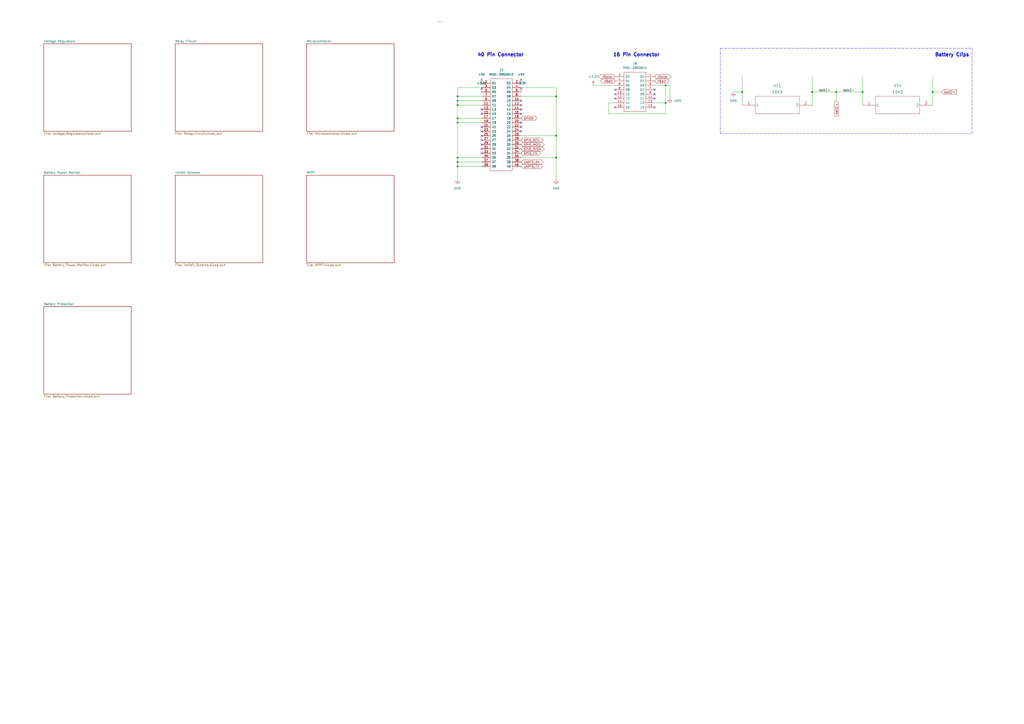
<source format=kicad_sch>
(kicad_sch (version 20211123) (generator eeschema)

  (uuid 1ac9a21e-0c0e-4ea4-8161-6fb6f0784161)

  (paper "A2")

  (title_block
    (title "PROVES-Xmera  EPS Board")
    (date "2022-10-09")
    (rev "1")
  )

  (lib_symbols
    (symbol "+3.3V_1" (power) (pin_names (offset 0)) (in_bom yes) (on_board yes)
      (property "Reference" "#PWR" (id 0) (at 0 -3.81 0)
        (effects (font (size 1.27 1.27)) hide)
      )
      (property "Value" "+3.3V_1" (id 1) (at 0 3.556 0)
        (effects (font (size 1.27 1.27)))
      )
      (property "Footprint" "" (id 2) (at 0 0 0)
        (effects (font (size 1.27 1.27)) hide)
      )
      (property "Datasheet" "" (id 3) (at 0 0 0)
        (effects (font (size 1.27 1.27)) hide)
      )
      (property "ki_keywords" "power-flag" (id 4) (at 0 0 0)
        (effects (font (size 1.27 1.27)) hide)
      )
      (property "ki_description" "Power symbol creates a global label with name \"+3.3V\"" (id 5) (at 0 0 0)
        (effects (font (size 1.27 1.27)) hide)
      )
      (symbol "+3.3V_1_0_1"
        (polyline
          (pts
            (xy -0.762 1.27)
            (xy 0 2.54)
          )
          (stroke (width 0) (type default) (color 0 0 0 0))
          (fill (type none))
        )
        (polyline
          (pts
            (xy 0 0)
            (xy 0 2.54)
          )
          (stroke (width 0) (type default) (color 0 0 0 0))
          (fill (type none))
        )
        (polyline
          (pts
            (xy 0 2.54)
            (xy 0.762 1.27)
          )
          (stroke (width 0) (type default) (color 0 0 0 0))
          (fill (type none))
        )
      )
      (symbol "+3.3V_1_1_1"
        (pin power_in line (at 0 0 90) (length 0) hide
          (name "+3.3V" (effects (font (size 1.27 1.27))))
          (number "1" (effects (font (size 1.27 1.27))))
        )
      )
    )
    (symbol "+3.3V_2" (power) (pin_names (offset 0)) (in_bom yes) (on_board yes)
      (property "Reference" "#PWR" (id 0) (at 0 -3.81 0)
        (effects (font (size 1.27 1.27)) hide)
      )
      (property "Value" "+3.3V_2" (id 1) (at 0 3.556 0)
        (effects (font (size 1.27 1.27)))
      )
      (property "Footprint" "" (id 2) (at 0 0 0)
        (effects (font (size 1.27 1.27)) hide)
      )
      (property "Datasheet" "" (id 3) (at 0 0 0)
        (effects (font (size 1.27 1.27)) hide)
      )
      (property "ki_keywords" "power-flag" (id 4) (at 0 0 0)
        (effects (font (size 1.27 1.27)) hide)
      )
      (property "ki_description" "Power symbol creates a global label with name \"+3.3V\"" (id 5) (at 0 0 0)
        (effects (font (size 1.27 1.27)) hide)
      )
      (symbol "+3.3V_2_0_1"
        (polyline
          (pts
            (xy -0.762 1.27)
            (xy 0 2.54)
          )
          (stroke (width 0) (type default) (color 0 0 0 0))
          (fill (type none))
        )
        (polyline
          (pts
            (xy 0 0)
            (xy 0 2.54)
          )
          (stroke (width 0) (type default) (color 0 0 0 0))
          (fill (type none))
        )
        (polyline
          (pts
            (xy 0 2.54)
            (xy 0.762 1.27)
          )
          (stroke (width 0) (type default) (color 0 0 0 0))
          (fill (type none))
        )
      )
      (symbol "+3.3V_2_1_1"
        (pin power_in line (at 0 0 90) (length 0) hide
          (name "+3.3V" (effects (font (size 1.27 1.27))))
          (number "1" (effects (font (size 1.27 1.27))))
        )
      )
    )
    (symbol "+3.3V_3" (power) (pin_names (offset 0)) (in_bom yes) (on_board yes)
      (property "Reference" "#PWR" (id 0) (at 0 -3.81 0)
        (effects (font (size 1.27 1.27)) hide)
      )
      (property "Value" "+3.3V_3" (id 1) (at 0 3.556 0)
        (effects (font (size 1.27 1.27)))
      )
      (property "Footprint" "" (id 2) (at 0 0 0)
        (effects (font (size 1.27 1.27)) hide)
      )
      (property "Datasheet" "" (id 3) (at 0 0 0)
        (effects (font (size 1.27 1.27)) hide)
      )
      (property "ki_keywords" "power-flag" (id 4) (at 0 0 0)
        (effects (font (size 1.27 1.27)) hide)
      )
      (property "ki_description" "Power symbol creates a global label with name \"+3.3V\"" (id 5) (at 0 0 0)
        (effects (font (size 1.27 1.27)) hide)
      )
      (symbol "+3.3V_3_0_1"
        (polyline
          (pts
            (xy -0.762 1.27)
            (xy 0 2.54)
          )
          (stroke (width 0) (type default) (color 0 0 0 0))
          (fill (type none))
        )
        (polyline
          (pts
            (xy 0 0)
            (xy 0 2.54)
          )
          (stroke (width 0) (type default) (color 0 0 0 0))
          (fill (type none))
        )
        (polyline
          (pts
            (xy 0 2.54)
            (xy 0.762 1.27)
          )
          (stroke (width 0) (type default) (color 0 0 0 0))
          (fill (type none))
        )
      )
      (symbol "+3.3V_3_1_1"
        (pin power_in line (at 0 0 90) (length 0) hide
          (name "+3.3V" (effects (font (size 1.27 1.27))))
          (number "1" (effects (font (size 1.27 1.27))))
        )
      )
    )
    (symbol "Imported_Symbols:1043" (pin_names (offset 0.254)) (in_bom yes) (on_board yes)
      (property "Reference" "U" (id 0) (at 20.32 10.16 0)
        (effects (font (size 1.524 1.524)))
      )
      (property "Value" "1043" (id 1) (at 20.32 7.62 0)
        (effects (font (size 1.524 1.524)))
      )
      (property "Footprint" "1043_KEY" (id 2) (at 20.32 6.096 0)
        (effects (font (size 1.524 1.524)) hide)
      )
      (property "Datasheet" "" (id 3) (at 0 0 0)
        (effects (font (size 1.524 1.524)))
      )
      (property "ki_locked" "" (id 4) (at 0 0 0)
        (effects (font (size 1.27 1.27)))
      )
      (property "ki_fp_filters" "1043_KEY" (id 5) (at 0 0 0)
        (effects (font (size 1.27 1.27)) hide)
      )
      (symbol "1043_1_1"
        (polyline
          (pts
            (xy 7.62 -5.08)
            (xy 33.02 -5.08)
          )
          (stroke (width 0.127) (type default) (color 0 0 0 0))
          (fill (type none))
        )
        (polyline
          (pts
            (xy 7.62 5.08)
            (xy 7.62 -5.08)
          )
          (stroke (width 0.127) (type default) (color 0 0 0 0))
          (fill (type none))
        )
        (polyline
          (pts
            (xy 33.02 -5.08)
            (xy 33.02 5.08)
          )
          (stroke (width 0.127) (type default) (color 0 0 0 0))
          (fill (type none))
        )
        (polyline
          (pts
            (xy 33.02 5.08)
            (xy 7.62 5.08)
          )
          (stroke (width 0.127) (type default) (color 0 0 0 0))
          (fill (type none))
        )
        (pin unspecified line (at 0 0 0) (length 7.62)
          (name "1" (effects (font (size 1.4986 1.4986))))
          (number "1" (effects (font (size 1.4986 1.4986))))
        )
        (pin unspecified line (at 40.64 0 180) (length 7.62)
          (name "2" (effects (font (size 1.4986 1.4986))))
          (number "2" (effects (font (size 1.4986 1.4986))))
        )
      )
    )
    (symbol "M50-3900842:M50-3900842" (pin_names (offset 0.762)) (in_bom yes) (on_board yes)
      (property "Reference" "J8" (id 0) (at 11.43 7.62 0)
        (effects (font (size 1.27 1.27)))
      )
      (property "Value" "M50-3900842" (id 1) (at 11.43 5.08 0)
        (effects (font (size 1.27 1.27)))
      )
      (property "Footprint" "Global Footprints:16_Pin_For_Proves" (id 2) (at 19.05 2.54 0)
        (effects (font (size 1.27 1.27)) (justify left) hide)
      )
      (property "Datasheet" "https://cdn.harwin.com/pdfs/M50-390.pdf" (id 3) (at 19.05 0 0)
        (effects (font (size 1.27 1.27)) (justify left) hide)
      )
      (property "Description" "1.27mm (0.05\") Pitch DIL Horizontal Throughboard Pin Header, selective gold + tin, 8+8 contacts" (id 4) (at 19.05 -2.54 0)
        (effects (font (size 1.27 1.27)) (justify left) hide)
      )
      (property "Height" "" (id 5) (at 19.05 -5.08 0)
        (effects (font (size 1.27 1.27)) (justify left) hide)
      )
      (property "Manufacturer_Name" "Harwin" (id 6) (at 19.05 -7.62 0)
        (effects (font (size 1.27 1.27)) (justify left) hide)
      )
      (property "Manufacturer_Part_Number" "M50-3900842" (id 7) (at 19.05 -10.16 0)
        (effects (font (size 1.27 1.27)) (justify left) hide)
      )
      (property "Mouser Part Number" "855-M50-3900842" (id 8) (at 19.05 -12.7 0)
        (effects (font (size 1.27 1.27)) (justify left) hide)
      )
      (property "Mouser Price/Stock" "https://www.mouser.co.uk/ProductDetail/Harwin/M50-3900842?qs=9fQaSFfsqszST5s2HOgMHw%3D%3D" (id 9) (at 19.05 -15.24 0)
        (effects (font (size 1.27 1.27)) (justify left) hide)
      )
      (property "Arrow Part Number" "" (id 10) (at 19.05 -17.78 0)
        (effects (font (size 1.27 1.27)) (justify left) hide)
      )
      (property "Arrow Price/Stock" "" (id 11) (at 19.05 -20.32 0)
        (effects (font (size 1.27 1.27)) (justify left) hide)
      )
      (property "Mouser Testing Part Number" "" (id 12) (at 19.05 -22.86 0)
        (effects (font (size 1.27 1.27)) (justify left) hide)
      )
      (property "Mouser Testing Price/Stock" "" (id 13) (at 19.05 -25.4 0)
        (effects (font (size 1.27 1.27)) (justify left) hide)
      )
      (property "ki_description" "1.27mm (0.05\") Pitch DIL Horizontal Throughboard Pin Header, selective gold + tin, 8+8 contacts" (id 14) (at 0 0 0)
        (effects (font (size 1.27 1.27)) hide)
      )
      (symbol "M50-3900842_0_0"
        (pin passive line (at 22.86 0 180) (length 5.08)
          (name "01" (effects (font (size 1.27 1.27))))
          (number "1" (effects (font (size 1.27 1.27))))
        )
        (pin passive line (at 0 -10.16 0) (length 5.08)
          (name "10" (effects (font (size 1.27 1.27))))
          (number "10" (effects (font (size 1.27 1.27))))
        )
        (pin passive line (at 22.86 -12.7 180) (length 5.08)
          (name "11" (effects (font (size 1.27 1.27))))
          (number "11" (effects (font (size 1.27 1.27))))
        )
        (pin passive line (at 0 -12.7 0) (length 5.08)
          (name "12" (effects (font (size 1.27 1.27))))
          (number "12" (effects (font (size 1.27 1.27))))
        )
        (pin passive line (at 22.86 -15.24 180) (length 5.08)
          (name "13" (effects (font (size 1.27 1.27))))
          (number "13" (effects (font (size 1.27 1.27))))
        )
        (pin passive line (at 0 -15.24 0) (length 5.08)
          (name "14" (effects (font (size 1.27 1.27))))
          (number "14" (effects (font (size 1.27 1.27))))
        )
        (pin passive line (at 22.86 -17.78 180) (length 5.08)
          (name "15" (effects (font (size 1.27 1.27))))
          (number "15" (effects (font (size 1.27 1.27))))
        )
        (pin passive line (at 0 -17.78 0) (length 5.08)
          (name "16" (effects (font (size 1.27 1.27))))
          (number "16" (effects (font (size 1.27 1.27))))
        )
        (pin passive line (at 0 0 0) (length 5.08)
          (name "02" (effects (font (size 1.27 1.27))))
          (number "2" (effects (font (size 1.27 1.27))))
        )
        (pin passive line (at 22.86 -2.54 180) (length 5.08)
          (name "03" (effects (font (size 1.27 1.27))))
          (number "3" (effects (font (size 1.27 1.27))))
        )
        (pin passive line (at 0 -2.54 0) (length 5.08)
          (name "04" (effects (font (size 1.27 1.27))))
          (number "4" (effects (font (size 1.27 1.27))))
        )
        (pin passive line (at 22.86 -5.08 180) (length 5.08)
          (name "05" (effects (font (size 1.27 1.27))))
          (number "5" (effects (font (size 1.27 1.27))))
        )
        (pin passive line (at 0 -5.08 0) (length 5.08)
          (name "06" (effects (font (size 1.27 1.27))))
          (number "6" (effects (font (size 1.27 1.27))))
        )
        (pin passive line (at 22.86 -7.62 180) (length 5.08)
          (name "07" (effects (font (size 1.27 1.27))))
          (number "7" (effects (font (size 1.27 1.27))))
        )
        (pin passive line (at 0 -7.62 0) (length 5.08)
          (name "08" (effects (font (size 1.27 1.27))))
          (number "8" (effects (font (size 1.27 1.27))))
        )
        (pin passive line (at 22.86 -10.16 180) (length 5.08)
          (name "09" (effects (font (size 1.27 1.27))))
          (number "9" (effects (font (size 1.27 1.27))))
        )
      )
      (symbol "M50-3900842_0_1"
        (polyline
          (pts
            (xy 5.08 2.54)
            (xy 17.78 2.54)
            (xy 17.78 -20.32)
            (xy 5.08 -20.32)
            (xy 5.08 2.54)
          )
          (stroke (width 0.1524) (type default) (color 0 0 0 0))
          (fill (type none))
        )
      )
    )
    (symbol "SamacSys_Parts:M50-3902042" (pin_names (offset 0.762)) (in_bom yes) (on_board yes)
      (property "Reference" "J7" (id 0) (at 11.43 7.62 0)
        (effects (font (size 1.27 1.27)))
      )
      (property "Value" "M50-3902042" (id 1) (at 11.43 5.08 0)
        (effects (font (size 1.27 1.27)))
      )
      (property "Footprint" "Global Footprints:40 Pin For Proves" (id 2) (at 19.05 2.54 0)
        (effects (font (size 1.27 1.27)) (justify left) hide)
      )
      (property "Datasheet" "https://cdn.harwin.com/pdfs/M50-390.pdf" (id 3) (at 19.05 0 0)
        (effects (font (size 1.27 1.27)) (justify left) hide)
      )
      (property "Description" "1.27mm (0.05\") Pitch DIL Horizontal Throughboard Pin Header, selective gold + tin, 20+20 contacts" (id 4) (at 19.05 -2.54 0)
        (effects (font (size 1.27 1.27)) (justify left) hide)
      )
      (property "Height" "3.41" (id 5) (at 19.05 -5.08 0)
        (effects (font (size 1.27 1.27)) (justify left) hide)
      )
      (property "Mouser Part Number" "855-M50-3902042" (id 6) (at 19.05 -7.62 0)
        (effects (font (size 1.27 1.27)) (justify left) hide)
      )
      (property "Mouser Price/Stock" "https://www.mouser.co.uk/ProductDetail/Harwin/M50-3902042?qs=9fQaSFfsqswzCa6Gw0v0Zw%3D%3D" (id 7) (at 19.05 -10.16 0)
        (effects (font (size 1.27 1.27)) (justify left) hide)
      )
      (property "Manufacturer_Name" "Harwin" (id 8) (at 19.05 -12.7 0)
        (effects (font (size 1.27 1.27)) (justify left) hide)
      )
      (property "Manufacturer_Part_Number" "M50-3902042" (id 9) (at 19.05 -15.24 0)
        (effects (font (size 1.27 1.27)) (justify left) hide)
      )
      (property "ki_description" "1.27mm (0.05\") Pitch DIL Horizontal Throughboard Pin Header, selective gold + tin, 20+20 contacts" (id 10) (at 0 0 0)
        (effects (font (size 1.27 1.27)) hide)
      )
      (symbol "M50-3902042_0_0"
        (pin passive line (at 0 0 0) (length 5.08)
          (name "01" (effects (font (size 1.27 1.27))))
          (number "1" (effects (font (size 1.27 1.27))))
        )
        (pin passive line (at 22.86 -10.16 180) (length 5.08)
          (name "10" (effects (font (size 1.27 1.27))))
          (number "10" (effects (font (size 1.27 1.27))))
        )
        (pin passive line (at 0 -12.7 0) (length 5.08)
          (name "11" (effects (font (size 1.27 1.27))))
          (number "11" (effects (font (size 1.27 1.27))))
        )
        (pin passive line (at 22.86 -12.7 180) (length 5.08)
          (name "12" (effects (font (size 1.27 1.27))))
          (number "12" (effects (font (size 1.27 1.27))))
        )
        (pin passive line (at 0 -15.24 0) (length 5.08)
          (name "13" (effects (font (size 1.27 1.27))))
          (number "13" (effects (font (size 1.27 1.27))))
        )
        (pin passive line (at 22.86 -15.24 180) (length 5.08)
          (name "14" (effects (font (size 1.27 1.27))))
          (number "14" (effects (font (size 1.27 1.27))))
        )
        (pin passive line (at 0 -17.78 0) (length 5.08)
          (name "15" (effects (font (size 1.27 1.27))))
          (number "15" (effects (font (size 1.27 1.27))))
        )
        (pin passive line (at 22.86 -17.78 180) (length 5.08)
          (name "16" (effects (font (size 1.27 1.27))))
          (number "16" (effects (font (size 1.27 1.27))))
        )
        (pin passive line (at 0 -20.32 0) (length 5.08)
          (name "17" (effects (font (size 1.27 1.27))))
          (number "17" (effects (font (size 1.27 1.27))))
        )
        (pin passive line (at 22.86 -20.32 180) (length 5.08)
          (name "18" (effects (font (size 1.27 1.27))))
          (number "18" (effects (font (size 1.27 1.27))))
        )
        (pin passive line (at 0 -22.86 0) (length 5.08)
          (name "19" (effects (font (size 1.27 1.27))))
          (number "19" (effects (font (size 1.27 1.27))))
        )
        (pin passive line (at 22.86 0 180) (length 5.08)
          (name "02" (effects (font (size 1.27 1.27))))
          (number "2" (effects (font (size 1.27 1.27))))
        )
        (pin passive line (at 22.86 -22.86 180) (length 5.08)
          (name "20" (effects (font (size 1.27 1.27))))
          (number "20" (effects (font (size 1.27 1.27))))
        )
        (pin passive line (at 0 -25.4 0) (length 5.08)
          (name "21" (effects (font (size 1.27 1.27))))
          (number "21" (effects (font (size 1.27 1.27))))
        )
        (pin passive line (at 22.86 -25.4 180) (length 5.08)
          (name "22" (effects (font (size 1.27 1.27))))
          (number "22" (effects (font (size 1.27 1.27))))
        )
        (pin passive line (at 0 -27.94 0) (length 5.08)
          (name "23" (effects (font (size 1.27 1.27))))
          (number "23" (effects (font (size 1.27 1.27))))
        )
        (pin passive line (at 22.86 -27.94 180) (length 5.08)
          (name "24" (effects (font (size 1.27 1.27))))
          (number "24" (effects (font (size 1.27 1.27))))
        )
        (pin passive line (at 0 -30.48 0) (length 5.08)
          (name "25" (effects (font (size 1.27 1.27))))
          (number "25" (effects (font (size 1.27 1.27))))
        )
        (pin passive line (at 22.86 -30.48 180) (length 5.08)
          (name "26" (effects (font (size 1.27 1.27))))
          (number "26" (effects (font (size 1.27 1.27))))
        )
        (pin passive line (at 0 -33.02 0) (length 5.08)
          (name "27" (effects (font (size 1.27 1.27))))
          (number "27" (effects (font (size 1.27 1.27))))
        )
        (pin passive line (at 22.86 -33.02 180) (length 5.08)
          (name "28" (effects (font (size 1.27 1.27))))
          (number "28" (effects (font (size 1.27 1.27))))
        )
        (pin passive line (at 0 -35.56 0) (length 5.08)
          (name "29" (effects (font (size 1.27 1.27))))
          (number "29" (effects (font (size 1.27 1.27))))
        )
        (pin passive line (at 0 -2.54 0) (length 5.08)
          (name "03" (effects (font (size 1.27 1.27))))
          (number "3" (effects (font (size 1.27 1.27))))
        )
        (pin passive line (at 22.86 -35.56 180) (length 5.08)
          (name "30" (effects (font (size 1.27 1.27))))
          (number "30" (effects (font (size 1.27 1.27))))
        )
        (pin passive line (at 0 -38.1 0) (length 5.08)
          (name "31" (effects (font (size 1.27 1.27))))
          (number "31" (effects (font (size 1.27 1.27))))
        )
        (pin passive line (at 22.86 -38.1 180) (length 5.08)
          (name "32" (effects (font (size 1.27 1.27))))
          (number "32" (effects (font (size 1.27 1.27))))
        )
        (pin passive line (at 0 -40.64 0) (length 5.08)
          (name "33" (effects (font (size 1.27 1.27))))
          (number "33" (effects (font (size 1.27 1.27))))
        )
        (pin passive line (at 22.86 -40.64 180) (length 5.08)
          (name "34" (effects (font (size 1.27 1.27))))
          (number "34" (effects (font (size 1.27 1.27))))
        )
        (pin passive line (at 0 -43.18 0) (length 5.08)
          (name "35" (effects (font (size 1.27 1.27))))
          (number "35" (effects (font (size 1.27 1.27))))
        )
        (pin passive line (at 22.86 -43.18 180) (length 5.08)
          (name "36" (effects (font (size 1.27 1.27))))
          (number "36" (effects (font (size 1.27 1.27))))
        )
        (pin passive line (at 0 -45.72 0) (length 5.08)
          (name "37" (effects (font (size 1.27 1.27))))
          (number "37" (effects (font (size 1.27 1.27))))
        )
        (pin passive line (at 22.86 -45.72 180) (length 5.08)
          (name "38" (effects (font (size 1.27 1.27))))
          (number "38" (effects (font (size 1.27 1.27))))
        )
        (pin passive line (at 0 -48.26 0) (length 5.08)
          (name "39" (effects (font (size 1.27 1.27))))
          (number "39" (effects (font (size 1.27 1.27))))
        )
        (pin passive line (at 22.86 -2.54 180) (length 5.08)
          (name "04" (effects (font (size 1.27 1.27))))
          (number "4" (effects (font (size 1.27 1.27))))
        )
        (pin passive line (at 22.86 -48.26 180) (length 5.08)
          (name "40" (effects (font (size 1.27 1.27))))
          (number "40" (effects (font (size 1.27 1.27))))
        )
        (pin passive line (at 0 -5.08 0) (length 5.08)
          (name "05" (effects (font (size 1.27 1.27))))
          (number "5" (effects (font (size 1.27 1.27))))
        )
        (pin passive line (at 22.86 -5.08 180) (length 5.08)
          (name "06" (effects (font (size 1.27 1.27))))
          (number "6" (effects (font (size 1.27 1.27))))
        )
        (pin passive line (at 0 -7.62 0) (length 5.08)
          (name "07" (effects (font (size 1.27 1.27))))
          (number "7" (effects (font (size 1.27 1.27))))
        )
        (pin passive line (at 22.86 -7.62 180) (length 5.08)
          (name "08" (effects (font (size 1.27 1.27))))
          (number "8" (effects (font (size 1.27 1.27))))
        )
        (pin passive line (at 0 -10.16 0) (length 5.08)
          (name "09" (effects (font (size 1.27 1.27))))
          (number "9" (effects (font (size 1.27 1.27))))
        )
      )
      (symbol "M50-3902042_0_1"
        (polyline
          (pts
            (xy 5.08 2.54)
            (xy 17.78 2.54)
            (xy 17.78 -50.8)
            (xy 5.08 -50.8)
            (xy 5.08 2.54)
          )
          (stroke (width 0.1524) (type default) (color 0 0 0 0))
          (fill (type none))
        )
      )
    )
    (symbol "power:+5V" (power) (pin_names (offset 0)) (in_bom yes) (on_board yes)
      (property "Reference" "#PWR" (id 0) (at 0 -3.81 0)
        (effects (font (size 1.27 1.27)) hide)
      )
      (property "Value" "+5V" (id 1) (at 0 3.556 0)
        (effects (font (size 1.27 1.27)))
      )
      (property "Footprint" "" (id 2) (at 0 0 0)
        (effects (font (size 1.27 1.27)) hide)
      )
      (property "Datasheet" "" (id 3) (at 0 0 0)
        (effects (font (size 1.27 1.27)) hide)
      )
      (property "ki_keywords" "power-flag" (id 4) (at 0 0 0)
        (effects (font (size 1.27 1.27)) hide)
      )
      (property "ki_description" "Power symbol creates a global label with name \"+5V\"" (id 5) (at 0 0 0)
        (effects (font (size 1.27 1.27)) hide)
      )
      (symbol "+5V_0_1"
        (polyline
          (pts
            (xy -0.762 1.27)
            (xy 0 2.54)
          )
          (stroke (width 0) (type default) (color 0 0 0 0))
          (fill (type none))
        )
        (polyline
          (pts
            (xy 0 0)
            (xy 0 2.54)
          )
          (stroke (width 0) (type default) (color 0 0 0 0))
          (fill (type none))
        )
        (polyline
          (pts
            (xy 0 2.54)
            (xy 0.762 1.27)
          )
          (stroke (width 0) (type default) (color 0 0 0 0))
          (fill (type none))
        )
      )
      (symbol "+5V_1_1"
        (pin power_in line (at 0 0 90) (length 0) hide
          (name "+5V" (effects (font (size 1.27 1.27))))
          (number "1" (effects (font (size 1.27 1.27))))
        )
      )
    )
    (symbol "power:GND" (power) (pin_names (offset 0)) (in_bom yes) (on_board yes)
      (property "Reference" "#PWR" (id 0) (at 0 -6.35 0)
        (effects (font (size 1.27 1.27)) hide)
      )
      (property "Value" "GND" (id 1) (at 0 -3.81 0)
        (effects (font (size 1.27 1.27)))
      )
      (property "Footprint" "" (id 2) (at 0 0 0)
        (effects (font (size 1.27 1.27)) hide)
      )
      (property "Datasheet" "" (id 3) (at 0 0 0)
        (effects (font (size 1.27 1.27)) hide)
      )
      (property "ki_keywords" "power-flag" (id 4) (at 0 0 0)
        (effects (font (size 1.27 1.27)) hide)
      )
      (property "ki_description" "Power symbol creates a global label with name \"GND\" , ground" (id 5) (at 0 0 0)
        (effects (font (size 1.27 1.27)) hide)
      )
      (symbol "GND_0_1"
        (polyline
          (pts
            (xy 0 0)
            (xy 0 -1.27)
            (xy 1.27 -1.27)
            (xy 0 -2.54)
            (xy -1.27 -1.27)
            (xy 0 -1.27)
          )
          (stroke (width 0) (type default) (color 0 0 0 0))
          (fill (type none))
        )
      )
      (symbol "GND_1_1"
        (pin power_in line (at 0 0 270) (length 0) hide
          (name "GND" (effects (font (size 1.27 1.27))))
          (number "1" (effects (font (size 1.27 1.27))))
        )
      )
    )
  )

  (junction (at 485.14 53.34) (diameter 0) (color 0 0 0 0)
    (uuid 064416f7-c142-428f-8981-971b6bcbb91a)
  )
  (junction (at 265.43 91.44) (diameter 0) (color 0 0 0 0)
    (uuid 152b63d7-44b0-46a4-9371-0c6f3ecbdece)
  )
  (junction (at 265.43 60.96) (diameter 0) (color 0 0 0 0)
    (uuid 1a8ee6b4-4e67-47af-bae1-d6b446ebc913)
  )
  (junction (at 322.58 55.88) (diameter 0) (color 0 0 0 0)
    (uuid 23b1bf5f-19c4-45e0-bcee-8f66074a65de)
  )
  (junction (at 265.43 96.52) (diameter 0) (color 0 0 0 0)
    (uuid 2421fc5c-6c0c-49a5-976e-3121ed0753a7)
  )
  (junction (at 500.38 53.34) (diameter 0) (color 0 0 0 0)
    (uuid 3aeab5dd-d014-4b77-a1cf-9d478dc59ce9)
  )
  (junction (at 265.43 71.12) (diameter 0) (color 0 0 0 0)
    (uuid 3b9cbdaa-2707-4ef7-a2ba-ff321e028b57)
  )
  (junction (at 265.43 68.58) (diameter 0) (color 0 0 0 0)
    (uuid 40229621-eca9-4b3f-9b8b-f5b156a3b1a1)
  )
  (junction (at 265.43 58.42) (diameter 0) (color 0 0 0 0)
    (uuid 5d21a115-7184-4a25-833f-1dc1813f10ee)
  )
  (junction (at 471.17 53.34) (diameter 0) (color 0 0 0 0)
    (uuid 6d605aa0-0a25-41c1-9911-3184bc781967)
  )
  (junction (at 386.08 59.69) (diameter 0) (color 0 0 0 0)
    (uuid 8194d4fc-9b8d-4793-945d-8486cba41f40)
  )
  (junction (at 265.43 55.88) (diameter 0) (color 0 0 0 0)
    (uuid 8d634b35-319f-4b8c-9fc5-97d8ed5e044b)
  )
  (junction (at 265.43 93.98) (diameter 0) (color 0 0 0 0)
    (uuid acb7d70b-a42d-44ab-a2e6-d749fb26d11d)
  )
  (junction (at 322.58 91.44) (diameter 0) (color 0 0 0 0)
    (uuid ae8de6e6-a149-49e2-be6c-62841bf85ddc)
  )
  (junction (at 541.02 53.34) (diameter 0) (color 0 0 0 0)
    (uuid b3f0a735-ecba-4fec-95d3-ddb45f16694e)
  )
  (junction (at 386.08 49.53) (diameter 0) (color 0 0 0 0)
    (uuid bb998b92-649b-4cab-87e7-627090c82d43)
  )
  (junction (at 322.58 78.74) (diameter 0) (color 0 0 0 0)
    (uuid d8250fd8-b938-4110-87de-6bd22bd44433)
  )
  (junction (at 430.53 53.34) (diameter 0) (color 0 0 0 0)
    (uuid fa93d8fc-5e13-4d60-9896-35e793cd6323)
  )

  (no_connect (at 302.26 58.42) (uuid 02cc39b7-1465-4ef1-804b-15b9daaa7ebc))
  (no_connect (at 279.4 86.36) (uuid 1508478d-3b68-4025-9aed-3bc05a2977b7))
  (no_connect (at 302.26 71.12) (uuid 1df913eb-61bf-4723-a0a8-c6b3540b3d88))
  (no_connect (at 279.4 66.04) (uuid 26063a89-8c3c-48bc-aa4a-2c93284f94f2))
  (no_connect (at 302.26 60.96) (uuid 2612839a-131f-42a0-9249-f655cdb83427))
  (no_connect (at 279.4 83.82) (uuid 30171c7d-2a29-4e23-b5ad-ecfaf448ac75))
  (no_connect (at 379.73 57.15) (uuid 3ef51fd7-9f77-4617-b794-f76049f21dd9))
  (no_connect (at 279.4 73.66) (uuid 4b21cc3f-b657-4ca2-b6ce-23a93b7b5dbd))
  (no_connect (at 279.4 78.74) (uuid 5670b376-f733-4d80-a219-7f0e56803739))
  (no_connect (at 302.26 66.04) (uuid 609fea8d-b43a-4a93-9ae4-dadcdb23f4a1))
  (no_connect (at 279.4 81.28) (uuid 6b6c076c-9336-4d6a-a84a-a2ee6b4943e6))
  (no_connect (at 356.87 57.15) (uuid 78db05af-54dd-4b9d-8b24-47f0fafc426a))
  (no_connect (at 279.4 88.9) (uuid 954c25a2-4d7d-4719-bd04-131a7beda9c1))
  (no_connect (at 356.87 52.07) (uuid d3666519-7f56-49b8-8fdb-2dcee6a84dda))
  (no_connect (at 379.73 52.07) (uuid d5a3888d-620a-4eaf-be17-f40de65ba412))
  (no_connect (at 302.26 76.2) (uuid d9cc6cf8-ed83-48ed-9da5-1ee4d1e53f22))
  (no_connect (at 279.4 63.5) (uuid e1fe1e5d-0754-49f7-b559-2faa1bdc4771))
  (no_connect (at 302.26 63.5) (uuid e93e5acd-cd31-4816-806c-2b9302faebfc))
  (no_connect (at 279.4 76.2) (uuid f31939f2-d021-4833-bebb-dc3240466d6b))
  (no_connect (at 302.26 73.66) (uuid f4590eda-c787-4f76-a7c7-79ee29f36d6a))
  (no_connect (at 356.87 62.23) (uuid fcc55a2c-ab8c-41c9-b58a-729bd2d1d8c8))
  (no_connect (at 356.87 54.61) (uuid fcc55a2c-ab8c-41c9-b58a-729bd2d1d8c9))
  (no_connect (at 379.73 62.23) (uuid fcc55a2c-ab8c-41c9-b58a-729bd2d1d8ca))
  (no_connect (at 379.73 54.61) (uuid fcc55a2c-ab8c-41c9-b58a-729bd2d1d8cb))

  (wire (pts (xy 430.53 53.34) (xy 430.53 60.96))
    (stroke (width 0) (type default) (color 0 0 0 0))
    (uuid 0ced411b-557b-419b-87da-2b2b21b78eb7)
  )
  (wire (pts (xy 430.53 44.45) (xy 430.53 53.34))
    (stroke (width 0) (type default) (color 0 0 0 0))
    (uuid 1b62d6f1-f94e-4c43-a22f-7f79dfa41394)
  )
  (wire (pts (xy 265.43 58.42) (xy 279.4 58.42))
    (stroke (width 0) (type default) (color 0 0 0 0))
    (uuid 1e0f327b-a3f0-45b7-a44f-f8aa083fbaf5)
  )
  (wire (pts (xy 322.58 55.88) (xy 322.58 78.74))
    (stroke (width 0) (type default) (color 0 0 0 0))
    (uuid 200d4bc3-c4f9-4bfd-bc0f-0c5b53abf971)
  )
  (wire (pts (xy 265.43 93.98) (xy 265.43 96.52))
    (stroke (width 0) (type default) (color 0 0 0 0))
    (uuid 249121da-93b2-4b1b-84de-8d9cee4cf591)
  )
  (wire (pts (xy 356.87 59.69) (xy 353.06 59.69))
    (stroke (width 0) (type default) (color 0 0 0 0))
    (uuid 2b4bb656-f544-4dbb-9a3d-b51cf3595304)
  )
  (wire (pts (xy 353.06 66.04) (xy 386.08 66.04))
    (stroke (width 0) (type default) (color 0 0 0 0))
    (uuid 2f8fe202-db95-46db-b37d-a4e9a1eb20d7)
  )
  (wire (pts (xy 265.43 93.98) (xy 279.4 93.98))
    (stroke (width 0) (type default) (color 0 0 0 0))
    (uuid 32171b07-77e5-4487-8e79-bcc4d8af6e0f)
  )
  (wire (pts (xy 500.38 53.34) (xy 500.38 60.96))
    (stroke (width 0) (type default) (color 0 0 0 0))
    (uuid 38a2a489-fa3f-456e-b6d9-745e08637750)
  )
  (wire (pts (xy 265.43 58.42) (xy 265.43 60.96))
    (stroke (width 0) (type default) (color 0 0 0 0))
    (uuid 3fe28c98-6f1c-4b07-9444-e82a6dd8b0ab)
  )
  (polyline (pts (xy 417.83 27.94) (xy 417.83 77.47))
    (stroke (width 0) (type default) (color 0 0 0 0))
    (uuid 4250fcbc-061d-469b-9b5f-74692ffba35b)
  )

  (wire (pts (xy 344.17 49.53) (xy 356.87 49.53))
    (stroke (width 0) (type default) (color 0 0 0 0))
    (uuid 44b216de-8af5-4812-81bd-c0d8fdca1912)
  )
  (wire (pts (xy 265.43 60.96) (xy 265.43 68.58))
    (stroke (width 0) (type default) (color 0 0 0 0))
    (uuid 52fc79f4-78ab-454d-9918-1fc22be70321)
  )
  (wire (pts (xy 388.62 49.53) (xy 386.08 49.53))
    (stroke (width 0) (type default) (color 0 0 0 0))
    (uuid 559aa4f0-c57b-40c9-b469-b53eb6bbb4c1)
  )
  (wire (pts (xy 302.26 55.88) (xy 322.58 55.88))
    (stroke (width 0) (type default) (color 0 0 0 0))
    (uuid 5c556ad7-a4d5-4a9b-915d-f37fc524f9aa)
  )
  (wire (pts (xy 541.02 44.45) (xy 541.02 53.34))
    (stroke (width 0) (type default) (color 0 0 0 0))
    (uuid 5cb89345-4bd6-40b8-9fec-66eb8498a947)
  )
  (wire (pts (xy 471.17 44.45) (xy 471.17 53.34))
    (stroke (width 0) (type default) (color 0 0 0 0))
    (uuid 61f7c482-b34a-4a71-959c-6d8ae119efae)
  )
  (wire (pts (xy 302.26 50.8) (xy 322.58 50.8))
    (stroke (width 0) (type default) (color 0 0 0 0))
    (uuid 639f2231-50f6-4ad8-8b9f-a43efeb8e92a)
  )
  (wire (pts (xy 353.06 59.69) (xy 353.06 66.04))
    (stroke (width 0) (type default) (color 0 0 0 0))
    (uuid 66a66cc6-af55-4d0c-8c79-8efe3cb01d3d)
  )
  (wire (pts (xy 265.43 50.8) (xy 265.43 55.88))
    (stroke (width 0) (type default) (color 0 0 0 0))
    (uuid 680deb18-ec00-49ed-a706-b16350e27e9f)
  )
  (wire (pts (xy 265.43 96.52) (xy 279.4 96.52))
    (stroke (width 0) (type default) (color 0 0 0 0))
    (uuid 6895860d-b0c4-46dd-9f3d-05240f0d7568)
  )
  (wire (pts (xy 541.02 53.34) (xy 541.02 60.96))
    (stroke (width 0) (type default) (color 0 0 0 0))
    (uuid 697d235b-ab46-41ee-a86c-39921e1eac0d)
  )
  (wire (pts (xy 322.58 50.8) (xy 322.58 55.88))
    (stroke (width 0) (type default) (color 0 0 0 0))
    (uuid 6c6b32c0-b3e5-457b-967b-a524f060d2db)
  )
  (polyline (pts (xy 417.83 77.47) (xy 563.88 77.47))
    (stroke (width 0) (type default) (color 0 0 0 0))
    (uuid 7735464c-4898-423b-8a37-96c0201ae452)
  )

  (wire (pts (xy 265.43 55.88) (xy 279.4 55.88))
    (stroke (width 0) (type default) (color 0 0 0 0))
    (uuid 7d1ef5cc-ee69-4630-af09-e4cf8f2624e2)
  )
  (wire (pts (xy 265.43 60.96) (xy 279.4 60.96))
    (stroke (width 0) (type default) (color 0 0 0 0))
    (uuid 7e67ddf3-1afc-4e4b-ba08-b40ad378e243)
  )
  (wire (pts (xy 379.73 59.69) (xy 386.08 59.69))
    (stroke (width 0) (type default) (color 0 0 0 0))
    (uuid 80b946bd-5e10-4c96-b07d-71e8d799c044)
  )
  (polyline (pts (xy 563.88 77.47) (xy 563.88 27.94))
    (stroke (width 0) (type default) (color 0 0 0 0))
    (uuid 84685a1e-5db8-48f7-9e91-b7902ffaf4d1)
  )

  (wire (pts (xy 279.4 50.8) (xy 265.43 50.8))
    (stroke (width 0) (type default) (color 0 0 0 0))
    (uuid 87756384-d6c5-4d7f-b96f-1018580fb383)
  )
  (wire (pts (xy 322.58 78.74) (xy 322.58 91.44))
    (stroke (width 0) (type default) (color 0 0 0 0))
    (uuid 8ad33d29-7aaf-4814-b079-c81288509545)
  )
  (wire (pts (xy 265.43 91.44) (xy 265.43 93.98))
    (stroke (width 0) (type default) (color 0 0 0 0))
    (uuid 8dbbf969-c235-4298-a237-8f4a785c30c0)
  )
  (polyline (pts (xy 254 12.7) (xy 256.54 12.7))
    (stroke (width 0) (type default) (color 0 0 0 0))
    (uuid 905421cd-167f-48cb-8f3b-8d718c36ceb3)
  )

  (wire (pts (xy 485.14 53.34) (xy 500.38 53.34))
    (stroke (width 0) (type default) (color 0 0 0 0))
    (uuid 94ce8ca7-b197-4557-9fac-31073bf78370)
  )
  (wire (pts (xy 265.43 91.44) (xy 279.4 91.44))
    (stroke (width 0) (type default) (color 0 0 0 0))
    (uuid 9a5ab73d-4d39-4961-a99b-f51d34d7ac9f)
  )
  (polyline (pts (xy 417.83 27.94) (xy 563.88 27.94))
    (stroke (width 0) (type default) (color 0 0 0 0))
    (uuid 9dcb8fb8-1997-4963-86be-37ccbeb722f7)
  )

  (wire (pts (xy 386.08 66.04) (xy 386.08 59.69))
    (stroke (width 0) (type default) (color 0 0 0 0))
    (uuid a604a89f-83cb-48da-9b4c-5f9f7db80082)
  )
  (wire (pts (xy 485.14 53.34) (xy 485.14 58.42))
    (stroke (width 0) (type default) (color 0 0 0 0))
    (uuid a613f035-904d-4478-b68a-3c9c0d39b5cd)
  )
  (wire (pts (xy 500.38 44.45) (xy 500.38 53.34))
    (stroke (width 0) (type default) (color 0 0 0 0))
    (uuid abce9e8c-a6ca-43e1-86c2-375eaea33008)
  )
  (wire (pts (xy 471.17 53.34) (xy 485.14 53.34))
    (stroke (width 0) (type default) (color 0 0 0 0))
    (uuid b5065a6b-d32e-46c6-a66e-ae14bbee107e)
  )
  (wire (pts (xy 265.43 68.58) (xy 279.4 68.58))
    (stroke (width 0) (type default) (color 0 0 0 0))
    (uuid be028c56-4b96-4096-bd63-32760a1b386d)
  )
  (wire (pts (xy 265.43 71.12) (xy 279.4 71.12))
    (stroke (width 0) (type default) (color 0 0 0 0))
    (uuid bff92e8b-3b24-4fad-bfab-f200c7fe2131)
  )
  (wire (pts (xy 471.17 53.34) (xy 471.17 60.96))
    (stroke (width 0) (type default) (color 0 0 0 0))
    (uuid c0174e83-49c3-4c4f-a3be-f87de56d860a)
  )
  (wire (pts (xy 388.62 57.15) (xy 388.62 49.53))
    (stroke (width 0) (type default) (color 0 0 0 0))
    (uuid c1551fd6-a0e2-446e-ae7b-432fb9f691d6)
  )
  (wire (pts (xy 265.43 68.58) (xy 265.43 71.12))
    (stroke (width 0) (type default) (color 0 0 0 0))
    (uuid c1e87595-8faa-44db-819e-c9a8067d7c2d)
  )
  (wire (pts (xy 386.08 59.69) (xy 386.08 49.53))
    (stroke (width 0) (type default) (color 0 0 0 0))
    (uuid c6bea17e-7695-4f19-94b9-e653faa7cd2e)
  )
  (wire (pts (xy 265.43 55.88) (xy 265.43 58.42))
    (stroke (width 0) (type default) (color 0 0 0 0))
    (uuid c8003edf-dabc-416a-8c80-0f829c8a86ad)
  )
  (wire (pts (xy 302.26 78.74) (xy 322.58 78.74))
    (stroke (width 0) (type default) (color 0 0 0 0))
    (uuid cac57e67-2ae8-4c0f-973c-11065bf50a91)
  )
  (wire (pts (xy 386.08 49.53) (xy 379.73 49.53))
    (stroke (width 0) (type default) (color 0 0 0 0))
    (uuid cbd7ee51-5656-4315-b9e6-f6314175f428)
  )
  (wire (pts (xy 322.58 91.44) (xy 322.58 104.14))
    (stroke (width 0) (type default) (color 0 0 0 0))
    (uuid cf957335-2431-45bf-9c1a-436256b1c58b)
  )
  (wire (pts (xy 265.43 96.52) (xy 265.43 104.14))
    (stroke (width 0) (type default) (color 0 0 0 0))
    (uuid d212a976-770e-42ef-aed1-7ab9049c2673)
  )
  (wire (pts (xy 265.43 71.12) (xy 265.43 91.44))
    (stroke (width 0) (type default) (color 0 0 0 0))
    (uuid d3b40ca1-cbeb-42b9-b462-6b3cb2705f43)
  )
  (wire (pts (xy 302.26 91.44) (xy 322.58 91.44))
    (stroke (width 0) (type default) (color 0 0 0 0))
    (uuid e9fc9525-e515-495b-87f1-278229f9293a)
  )
  (wire (pts (xy 541.02 53.34) (xy 546.1 53.34))
    (stroke (width 0) (type default) (color 0 0 0 0))
    (uuid ebdc4b44-980e-4da2-81ca-79581f8ea334)
  )
  (wire (pts (xy 425.45 53.34) (xy 430.53 53.34))
    (stroke (width 0) (type default) (color 0 0 0 0))
    (uuid fb2fa45e-c61c-471b-b0df-804023e30bfc)
  )

  (text "16 Pin Connector" (at 355.6 33.02 0)
    (effects (font (size 2 2) (thickness 0.4) bold) (justify left bottom))
    (uuid 3decd0f1-6472-4045-96de-5bffcf5e80b5)
  )
  (text "Battery Clips\n" (at 542.29 33.02 0)
    (effects (font (size 2 2) (thickness 0.4) bold) (justify left bottom))
    (uuid 811d3a7d-3bd0-4d43-9a76-2b6c90229f3a)
  )
  (text "40 Pin Connector" (at 276.86 33.02 0)
    (effects (font (size 2 2) (thickness 0.4) bold) (justify left bottom))
    (uuid a734c475-f24c-4c44-95ae-516b5cec0c06)
  )

  (label "batt2-" (at 488.95 53.34 0)
    (effects (font (size 1.27 1.27)) (justify left bottom))
    (uuid 8cc33559-e6a5-444c-b96d-5dc5be9e2c00)
  )
  (label "batt1+" (at 474.98 53.34 0)
    (effects (font (size 1.27 1.27)) (justify left bottom))
    (uuid e01c0cb0-2508-418f-a5ab-ba3292c55b95)
  )

  (global_label "UART0_RX" (shape bidirectional) (at 302.26 93.98 0) (fields_autoplaced)
    (effects (font (size 1.27 1.27)) (justify left))
    (uuid 069a73bb-a3fe-4843-8d44-85a7fbfb16f6)
    (property "Intersheet References" "${INTERSHEET_REFS}" (id 0) (at 313.9864 93.9006 0)
      (effects (font (size 1.27 1.27)) (justify left) hide)
    )
  )
  (global_label "SPIO_MISO" (shape bidirectional) (at 302.26 86.36 0) (fields_autoplaced)
    (effects (font (size 1.27 1.27)) (justify left))
    (uuid 4cb82bdd-0f5f-4608-8c15-ee6f51cf0a39)
    (property "Intersheet References" "${INTERSHEET_REFS}" (id 0) (at 314.6517 86.2806 0)
      (effects (font (size 1.27 1.27)) (justify left) hide)
    )
  )
  (global_label "SPIO_CS" (shape bidirectional) (at 302.26 88.9 0) (fields_autoplaced)
    (effects (font (size 1.27 1.27)) (justify left))
    (uuid 504b9529-6ff1-4417-b8b3-a1aac74888a3)
    (property "Intersheet References" "${INTERSHEET_REFS}" (id 0) (at 312.535 88.8206 0)
      (effects (font (size 1.27 1.27)) (justify left) hide)
    )
  )
  (global_label "GPIO5" (shape bidirectional) (at 302.26 68.58 0) (fields_autoplaced)
    (effects (font (size 1.27 1.27)) (justify left))
    (uuid 5b578de5-98ee-422e-88ea-8525b580fe3b)
    (property "Intersheet References" "${INTERSHEET_REFS}" (id 0) (at 310.3579 68.5006 0)
      (effects (font (size 1.27 1.27)) (justify left) hide)
    )
  )
  (global_label "VBatt" (shape bidirectional) (at 379.73 46.99 0) (fields_autoplaced)
    (effects (font (size 1.27 1.27)) (justify left))
    (uuid 69756277-5864-4e78-89e7-31ec0c952bc2)
    (property "Intersheet References" "${INTERSHEET_REFS}" (id 0) (at 387.1021 46.9106 0)
      (effects (font (size 1.27 1.27)) (justify left) hide)
    )
  )
  (global_label "batt1+" (shape input) (at 485.14 58.42 270) (fields_autoplaced)
    (effects (font (size 1.27 1.27)) (justify right))
    (uuid 795aee0a-7df2-4068-a5ed-b1ed10584f42)
    (property "Intersheet References" "${INTERSHEET_REFS}" (id 0) (at 485.0606 67.3645 90)
      (effects (font (size 1.27 1.27)) (justify right) hide)
    )
  )
  (global_label "VBatt" (shape bidirectional) (at 356.87 46.99 180) (fields_autoplaced)
    (effects (font (size 1.27 1.27)) (justify right))
    (uuid 98e0941e-73c4-4fae-a233-48a97c4a610d)
    (property "Intersheet References" "${INTERSHEET_REFS}" (id 0) (at 349.4979 47.0694 0)
      (effects (font (size 1.27 1.27)) (justify right) hide)
    )
  )
  (global_label "batt2+" (shape input) (at 546.1 53.34 0) (fields_autoplaced)
    (effects (font (size 1.27 1.27)) (justify left))
    (uuid a5f007a8-6d94-490c-b42a-4bdc6d7d7fcf)
    (property "Intersheet References" "${INTERSHEET_REFS}" (id 0) (at 555.0445 53.4194 0)
      (effects (font (size 1.27 1.27)) (justify left) hide)
    )
  )
  (global_label "SPIO_MOSI" (shape bidirectional) (at 302.26 83.82 0) (fields_autoplaced)
    (effects (font (size 1.27 1.27)) (justify left))
    (uuid ab6be05b-768e-4e64-ae97-f7d06af17e17)
    (property "Intersheet References" "${INTERSHEET_REFS}" (id 0) (at 314.6517 83.7406 0)
      (effects (font (size 1.27 1.27)) (justify left) hide)
    )
  )
  (global_label "VSolar" (shape bidirectional) (at 379.73 44.45 0) (fields_autoplaced)
    (effects (font (size 1.27 1.27)) (justify left))
    (uuid cf439da3-0d48-43fb-97a4-f4837a993ac4)
    (property "Intersheet References" "${INTERSHEET_REFS}" (id 0) (at 388.1907 44.3706 0)
      (effects (font (size 1.27 1.27)) (justify left) hide)
    )
  )
  (global_label "VSolar" (shape bidirectional) (at 356.87 44.45 180) (fields_autoplaced)
    (effects (font (size 1.27 1.27)) (justify right))
    (uuid dca87136-a669-4275-9858-6636caccbcf5)
    (property "Intersheet References" "${INTERSHEET_REFS}" (id 0) (at 348.4093 44.5294 0)
      (effects (font (size 1.27 1.27)) (justify right) hide)
    )
  )
  (global_label "UART0_TX" (shape bidirectional) (at 302.26 96.52 0) (fields_autoplaced)
    (effects (font (size 1.27 1.27)) (justify left))
    (uuid e1aa47dc-f50a-40f8-9d87-cd98d2d9089f)
    (property "Intersheet References" "${INTERSHEET_REFS}" (id 0) (at 313.6841 96.4406 0)
      (effects (font (size 1.27 1.27)) (justify left) hide)
    )
  )
  (global_label "SPIO_SCK" (shape bidirectional) (at 302.26 81.28 0) (fields_autoplaced)
    (effects (font (size 1.27 1.27)) (justify left))
    (uuid f770b62f-ebfb-4cc0-9647-80703f0991d9)
    (property "Intersheet References" "${INTERSHEET_REFS}" (id 0) (at 313.805 81.2006 0)
      (effects (font (size 1.27 1.27)) (justify left) hide)
    )
  )

  (symbol (lib_id "power:GND") (at 388.62 57.15 0) (unit 1)
    (in_bom yes) (on_board yes) (fields_autoplaced)
    (uuid 0ce56b90-5068-4b2a-93bb-a68429bd3242)
    (property "Reference" "#PWR0142" (id 0) (at 388.62 63.5 0)
      (effects (font (size 1.27 1.27)) hide)
    )
    (property "Value" "GND" (id 1) (at 391.16 58.4199 0)
      (effects (font (size 1.27 1.27)) (justify left))
    )
    (property "Footprint" "" (id 2) (at 388.62 57.15 0)
      (effects (font (size 1.27 1.27)) hide)
    )
    (property "Datasheet" "" (id 3) (at 388.62 57.15 0)
      (effects (font (size 1.27 1.27)) hide)
    )
    (pin "1" (uuid 3d4da208-9ab0-4203-a7d6-7171e6c805bd))
  )

  (symbol (lib_name "+3.3V_2") (lib_id "power:+3.3V") (at 302.26 53.34 0) (unit 1)
    (in_bom yes) (on_board yes) (fields_autoplaced)
    (uuid 26a24a95-d03e-47bd-a4b2-3c52625c5051)
    (property "Reference" "#PWR0128" (id 0) (at 302.26 57.15 0)
      (effects (font (size 1.27 1.27)) hide)
    )
    (property "Value" "+3.3V" (id 1) (at 302.26 48.26 0))
    (property "Footprint" "" (id 2) (at 302.26 53.34 0)
      (effects (font (size 1.27 1.27)) hide)
    )
    (property "Datasheet" "" (id 3) (at 302.26 53.34 0)
      (effects (font (size 1.27 1.27)) hide)
    )
    (pin "1" (uuid 4142c8b5-a26b-4e28-ab9c-15446b48d2d6))
  )

  (symbol (lib_id "SamacSys_Parts:M50-3902042") (at 279.4 48.26 0) (unit 1)
    (in_bom yes) (on_board yes) (fields_autoplaced)
    (uuid 402a02d6-3bd7-4b30-875e-a2e097e902ce)
    (property "Reference" "J7" (id 0) (at 290.83 40.64 0))
    (property "Value" "M50-3902042" (id 1) (at 290.83 43.18 0))
    (property "Footprint" "Global Footprints:40 Pin For Proves" (id 2) (at 298.45 45.72 0)
      (effects (font (size 1.27 1.27)) (justify left) hide)
    )
    (property "Datasheet" "https://cdn.harwin.com/pdfs/M50-390.pdf" (id 3) (at 298.45 48.26 0)
      (effects (font (size 1.27 1.27)) (justify left) hide)
    )
    (property "Description" "1.27mm (0.05\") Pitch DIL Horizontal Throughboard Pin Header, selective gold + tin, 20+20 contacts" (id 4) (at 298.45 50.8 0)
      (effects (font (size 1.27 1.27)) (justify left) hide)
    )
    (property "Height" "3.41" (id 5) (at 298.45 53.34 0)
      (effects (font (size 1.27 1.27)) (justify left) hide)
    )
    (property "Mouser Part Number" "855-M50-3902042" (id 6) (at 298.45 55.88 0)
      (effects (font (size 1.27 1.27)) (justify left) hide)
    )
    (property "Mouser Price/Stock" "https://www.mouser.co.uk/ProductDetail/Harwin/M50-3902042?qs=9fQaSFfsqswzCa6Gw0v0Zw%3D%3D" (id 7) (at 298.45 58.42 0)
      (effects (font (size 1.27 1.27)) (justify left) hide)
    )
    (property "Manufacturer_Name" "Harwin" (id 8) (at 298.45 60.96 0)
      (effects (font (size 1.27 1.27)) (justify left) hide)
    )
    (property "Manufacturer_Part_Number" "M50-3902042" (id 9) (at 298.45 63.5 0)
      (effects (font (size 1.27 1.27)) (justify left) hide)
    )
    (pin "1" (uuid 4d9f3fb3-fdd9-41b7-ae5a-54f8a6e0b1d2))
    (pin "10" (uuid b7b73e57-1685-4f94-a8ad-7b2a8aaa551a))
    (pin "11" (uuid 67d8c01d-aa94-442c-8575-d560bedd860a))
    (pin "12" (uuid 4468c1fe-2979-483f-b9c7-72f1e6c95a64))
    (pin "13" (uuid c1466f05-1ad7-486c-91df-893fe0c1ca75))
    (pin "14" (uuid 63785a2e-3328-4bf4-ac39-9ceafdf93ee8))
    (pin "15" (uuid bd65e97e-5bbd-44eb-b787-8a44680b9714))
    (pin "16" (uuid 64b20863-4a19-487e-870f-b759acb693b9))
    (pin "17" (uuid 46b671f9-1fc0-44d0-b9ac-272f42169366))
    (pin "18" (uuid dc99d86a-b7e1-4185-a57b-7eebfe9077c7))
    (pin "19" (uuid ac36827e-4db3-4313-9b6b-be1b5e97c788))
    (pin "2" (uuid 75e34a6c-53e2-4bdf-b2b5-b67dcc95bf50))
    (pin "20" (uuid 1be284d0-3c6b-4eca-8019-89ce8810bce4))
    (pin "21" (uuid 876e6ab2-186f-4a3e-bed7-9982d3b4394b))
    (pin "22" (uuid 93cb5ff8-65ea-4001-9cfd-071293365530))
    (pin "23" (uuid 06c362f9-ddb6-444c-8250-71dc56da3598))
    (pin "24" (uuid 1a0f2896-f7ea-40dc-8d20-cc852d606eca))
    (pin "25" (uuid 538f2a16-d669-4dab-ad2f-a9b37905dd8d))
    (pin "26" (uuid 49f3b43d-7a19-405a-abcf-9369ca996965))
    (pin "27" (uuid 060805ab-9ceb-43ef-9b9c-995b56ebfc9b))
    (pin "28" (uuid b65dfc59-046d-464e-a5fe-fc7066e73996))
    (pin "29" (uuid 7d93230e-a830-438d-8b3d-bbc35620c068))
    (pin "3" (uuid 8e3521d0-b1b2-471c-ac7b-c16ddffa9380))
    (pin "30" (uuid 4143d82f-6429-435d-9221-95b321a39ae2))
    (pin "31" (uuid 55bc5acc-e71d-4573-8a4e-7680317b50cb))
    (pin "32" (uuid e78766b1-6c0a-42cb-8ea2-24e1d0b1bfc7))
    (pin "33" (uuid e8d14ec7-8f83-4def-adb1-b4699ce7eb31))
    (pin "34" (uuid c82651f6-0cd3-4d73-bbf3-117bd137f09d))
    (pin "35" (uuid b4fcb81e-fed7-4753-b049-e997334a8d27))
    (pin "36" (uuid 9102b0b6-fb03-4809-94df-af3a319966d5))
    (pin "37" (uuid 64cd64f5-8999-415f-8b7f-e99993bf6002))
    (pin "38" (uuid c2279f5d-c751-48d6-8a9f-5ee7204f1dce))
    (pin "39" (uuid 51f97bc3-ddf6-4385-be42-1949c6193ed2))
    (pin "4" (uuid f30d744a-f0f7-4113-a177-a3f08a481276))
    (pin "40" (uuid b106a07c-dbba-452f-91d2-b0538bbcdefe))
    (pin "5" (uuid f703ac5d-6892-43f4-98ae-c76db22f2850))
    (pin "6" (uuid 44c79e6e-1fbf-442b-a27f-8349adee2079))
    (pin "7" (uuid 0e53f812-29fc-45d3-a60f-4ba96a7aaa7b))
    (pin "8" (uuid 9bdf48ae-62ca-41ad-8ad3-4f2d8a6f78c8))
    (pin "9" (uuid 38ebe4d2-de99-4f7e-92b1-98d3703b7e7a))
  )

  (symbol (lib_id "power:GND") (at 425.45 53.34 0) (unit 1)
    (in_bom yes) (on_board yes) (fields_autoplaced)
    (uuid 706d9e94-1866-456a-b227-ce4b318fb210)
    (property "Reference" "#PWR02" (id 0) (at 425.45 59.69 0)
      (effects (font (size 1.27 1.27)) hide)
    )
    (property "Value" "GND" (id 1) (at 425.45 58.42 0))
    (property "Footprint" "" (id 2) (at 425.45 53.34 0)
      (effects (font (size 1.27 1.27)) hide)
    )
    (property "Datasheet" "" (id 3) (at 425.45 53.34 0)
      (effects (font (size 1.27 1.27)) hide)
    )
    (pin "1" (uuid 35c259a0-4544-45c6-8633-e2deaecb5e57))
  )

  (symbol (lib_id "power:+5V") (at 279.4 48.26 0) (unit 1)
    (in_bom yes) (on_board yes) (fields_autoplaced)
    (uuid 792b4203-6d34-4773-9d28-7c786f907ed0)
    (property "Reference" "#PWR0166" (id 0) (at 279.4 52.07 0)
      (effects (font (size 1.27 1.27)) hide)
    )
    (property "Value" "+5V" (id 1) (at 279.4 43.18 0))
    (property "Footprint" "" (id 2) (at 279.4 48.26 0)
      (effects (font (size 1.27 1.27)) hide)
    )
    (property "Datasheet" "" (id 3) (at 279.4 48.26 0)
      (effects (font (size 1.27 1.27)) hide)
    )
    (pin "1" (uuid 33f8a77e-7dbb-49cb-a96f-01844dc36c11))
  )

  (symbol (lib_id "power:+5V") (at 302.26 48.26 0) (unit 1)
    (in_bom yes) (on_board yes) (fields_autoplaced)
    (uuid 90b79fd5-dcc5-48d4-b082-ec56f31c5a06)
    (property "Reference" "#PWR0129" (id 0) (at 302.26 52.07 0)
      (effects (font (size 1.27 1.27)) hide)
    )
    (property "Value" "+5V" (id 1) (at 302.26 43.18 0))
    (property "Footprint" "" (id 2) (at 302.26 48.26 0)
      (effects (font (size 1.27 1.27)) hide)
    )
    (property "Datasheet" "" (id 3) (at 302.26 48.26 0)
      (effects (font (size 1.27 1.27)) hide)
    )
    (pin "1" (uuid 20dab073-a144-45cd-896a-b2c2fcebef56))
  )

  (symbol (lib_name "+3.3V_1") (lib_id "power:+3.3V") (at 279.4 53.34 0) (unit 1)
    (in_bom yes) (on_board yes) (fields_autoplaced)
    (uuid 9af7f20f-9200-4dce-8f9e-d64fe1188b81)
    (property "Reference" "#PWR0167" (id 0) (at 279.4 57.15 0)
      (effects (font (size 1.27 1.27)) hide)
    )
    (property "Value" "+3.3V" (id 1) (at 279.4 48.26 0))
    (property "Footprint" "" (id 2) (at 279.4 53.34 0)
      (effects (font (size 1.27 1.27)) hide)
    )
    (property "Datasheet" "" (id 3) (at 279.4 53.34 0)
      (effects (font (size 1.27 1.27)) hide)
    )
    (pin "1" (uuid 3b78a70d-9fd8-40a4-811c-eb02b5cc7feb))
  )

  (symbol (lib_id "Imported_Symbols:1043") (at 430.53 60.96 0) (unit 1)
    (in_bom yes) (on_board yes) (fields_autoplaced)
    (uuid b0c3bc7d-9feb-4bcd-868a-2315b8c0826d)
    (property "Reference" "U11" (id 0) (at 450.85 49.53 0)
      (effects (font (size 1.524 1.524)))
    )
    (property "Value" "1043" (id 1) (at 450.85 53.34 0)
      (effects (font (size 1.524 1.524)))
    )
    (property "Footprint" "Global Footprints:BAT_1042" (id 2) (at 450.85 54.864 0)
      (effects (font (size 1.524 1.524)) hide)
    )
    (property "Datasheet" "" (id 3) (at 430.53 60.96 0)
      (effects (font (size 1.524 1.524)))
    )
    (pin "1" (uuid c5bad2d2-afd6-4cce-acbe-fa6595ba7af7))
    (pin "2" (uuid 00da43b3-477c-47ce-ac64-c1e0c21b5c70))
  )

  (symbol (lib_id "power:GND") (at 265.43 104.14 0) (unit 1)
    (in_bom yes) (on_board yes) (fields_autoplaced)
    (uuid be9f03a7-fd9e-43c9-8364-cb52be8f7747)
    (property "Reference" "#PWR0126" (id 0) (at 265.43 110.49 0)
      (effects (font (size 1.27 1.27)) hide)
    )
    (property "Value" "GND" (id 1) (at 265.43 109.22 0))
    (property "Footprint" "" (id 2) (at 265.43 104.14 0)
      (effects (font (size 1.27 1.27)) hide)
    )
    (property "Datasheet" "" (id 3) (at 265.43 104.14 0)
      (effects (font (size 1.27 1.27)) hide)
    )
    (pin "1" (uuid 1077869b-f8ac-40eb-a3df-693055aa42b1))
  )

  (symbol (lib_id "M50-3900842:M50-3900842") (at 356.87 44.45 0) (unit 1)
    (in_bom yes) (on_board yes) (fields_autoplaced)
    (uuid c90aa076-007f-48fb-96b5-0a4be958bb56)
    (property "Reference" "J8" (id 0) (at 368.3 36.83 0))
    (property "Value" "M50-3900842" (id 1) (at 368.3 39.37 0))
    (property "Footprint" "Global Footprints:16_Pin_For_Proves" (id 2) (at 375.92 41.91 0)
      (effects (font (size 1.27 1.27)) (justify left) hide)
    )
    (property "Datasheet" "https://cdn.harwin.com/pdfs/M50-390.pdf" (id 3) (at 375.92 44.45 0)
      (effects (font (size 1.27 1.27)) (justify left) hide)
    )
    (property "Description" "1.27mm (0.05\") Pitch DIL Horizontal Throughboard Pin Header, selective gold + tin, 8+8 contacts" (id 4) (at 375.92 46.99 0)
      (effects (font (size 1.27 1.27)) (justify left) hide)
    )
    (property "Height" "" (id 5) (at 375.92 49.53 0)
      (effects (font (size 1.27 1.27)) (justify left) hide)
    )
    (property "Manufacturer_Name" "Harwin" (id 6) (at 375.92 52.07 0)
      (effects (font (size 1.27 1.27)) (justify left) hide)
    )
    (property "Manufacturer_Part_Number" "M50-3900842" (id 7) (at 375.92 54.61 0)
      (effects (font (size 1.27 1.27)) (justify left) hide)
    )
    (property "Mouser Part Number" "855-M50-3900842" (id 8) (at 375.92 57.15 0)
      (effects (font (size 1.27 1.27)) (justify left) hide)
    )
    (property "Mouser Price/Stock" "https://www.mouser.co.uk/ProductDetail/Harwin/M50-3900842?qs=9fQaSFfsqszST5s2HOgMHw%3D%3D" (id 9) (at 375.92 59.69 0)
      (effects (font (size 1.27 1.27)) (justify left) hide)
    )
    (property "Arrow Part Number" "" (id 10) (at 375.92 62.23 0)
      (effects (font (size 1.27 1.27)) (justify left) hide)
    )
    (property "Arrow Price/Stock" "" (id 11) (at 375.92 64.77 0)
      (effects (font (size 1.27 1.27)) (justify left) hide)
    )
    (property "Mouser Testing Part Number" "" (id 12) (at 375.92 67.31 0)
      (effects (font (size 1.27 1.27)) (justify left) hide)
    )
    (property "Mouser Testing Price/Stock" "" (id 13) (at 375.92 69.85 0)
      (effects (font (size 1.27 1.27)) (justify left) hide)
    )
    (pin "1" (uuid 5626b18d-0757-45b6-8d61-c6e3e5b4bea8))
    (pin "10" (uuid 03f9135e-c46d-4ba8-ba50-60e0273daab0))
    (pin "11" (uuid 06d2c9ab-c48a-4bf7-b50a-7ae6b4704c2f))
    (pin "12" (uuid 31b4aa6e-bd91-44bc-8511-98d7a29b2e61))
    (pin "13" (uuid 8b46f7de-5ed7-433d-af9a-357eae94ad9c))
    (pin "14" (uuid 0420a3cf-b7e3-43a6-9890-5f4ba70e720a))
    (pin "15" (uuid 22b58b69-94f2-49a4-9e49-3e0ce3be2c30))
    (pin "16" (uuid ebc80bf0-cb0c-4cc9-b8a9-8eeb8d82e117))
    (pin "2" (uuid d254f04a-b90d-4278-89b4-42799b1df3bb))
    (pin "3" (uuid 42dec39b-c6d6-446d-931d-4901501b3416))
    (pin "4" (uuid 0db53ea8-fd9f-442a-b1ba-cfc3699af1f0))
    (pin "5" (uuid 3fcb306c-f737-4f20-9907-774b7ad97631))
    (pin "6" (uuid bdfefe56-366c-4e4a-b8ab-c3ef26fb5015))
    (pin "7" (uuid 8696c16a-ca7a-467a-8136-21c8dd321504))
    (pin "8" (uuid dd84017d-a6dd-4f58-b43f-267ff8f7bb0c))
    (pin "9" (uuid 7050d32d-7817-46b0-97ea-bce0ad6faf30))
  )

  (symbol (lib_id "Imported_Symbols:1043") (at 500.38 60.96 0) (unit 1)
    (in_bom yes) (on_board yes) (fields_autoplaced)
    (uuid d3152bae-4bd7-4fe4-a0ef-11fd73b96841)
    (property "Reference" "U14" (id 0) (at 520.7 49.53 0)
      (effects (font (size 1.524 1.524)))
    )
    (property "Value" "1043" (id 1) (at 520.7 53.34 0)
      (effects (font (size 1.524 1.524)))
    )
    (property "Footprint" "Global Footprints:BAT_1042" (id 2) (at 520.7 54.864 0)
      (effects (font (size 1.524 1.524)) hide)
    )
    (property "Datasheet" "" (id 3) (at 500.38 60.96 0)
      (effects (font (size 1.524 1.524)))
    )
    (pin "1" (uuid 3ed6cb23-e646-4dd3-8a89-a914be420cc9))
    (pin "2" (uuid 03fb426b-4ad9-4ae1-888b-6ba7f471caab))
  )

  (symbol (lib_name "+3.3V_3") (lib_id "power:+3.3V") (at 344.17 49.53 0) (unit 1)
    (in_bom yes) (on_board yes) (fields_autoplaced)
    (uuid e10ff4bf-6c3c-414a-a579-7736b7bbfbbc)
    (property "Reference" "#PWR0141" (id 0) (at 344.17 53.34 0)
      (effects (font (size 1.27 1.27)) hide)
    )
    (property "Value" "+3.3V" (id 1) (at 344.17 44.45 0))
    (property "Footprint" "" (id 2) (at 344.17 49.53 0)
      (effects (font (size 1.27 1.27)) hide)
    )
    (property "Datasheet" "" (id 3) (at 344.17 49.53 0)
      (effects (font (size 1.27 1.27)) hide)
    )
    (pin "1" (uuid 3f4f0f6f-f19c-47e5-848e-2751326fafe2))
  )

  (symbol (lib_id "power:GND") (at 322.58 104.14 0) (unit 1)
    (in_bom yes) (on_board yes) (fields_autoplaced)
    (uuid f7c05bb9-6d79-4c01-bcab-6e855ebdff5e)
    (property "Reference" "#PWR0127" (id 0) (at 322.58 110.49 0)
      (effects (font (size 1.27 1.27)) hide)
    )
    (property "Value" "GND" (id 1) (at 322.58 109.22 0))
    (property "Footprint" "" (id 2) (at 322.58 104.14 0)
      (effects (font (size 1.27 1.27)) hide)
    )
    (property "Datasheet" "" (id 3) (at 322.58 104.14 0)
      (effects (font (size 1.27 1.27)) hide)
    )
    (pin "1" (uuid df0eebe6-e645-4550-aae5-3c207ca69367))
  )

  (sheet (at 177.8 101.6) (size 50.8 50.8) (fields_autoplaced)
    (stroke (width 0.1524) (type solid) (color 0 0 0 0))
    (fill (color 0 0 0 0.0000))
    (uuid 18dc38dc-d342-4ec5-bd55-1452afb1efc2)
    (property "Sheet name" "MPPT" (id 0) (at 177.8 100.8884 0)
      (effects (font (size 1.27 1.27)) (justify left bottom))
    )
    (property "Sheet file" "MPPT.kicad_sch" (id 1) (at 177.8 152.9846 0)
      (effects (font (size 1.27 1.27)) (justify left top))
    )
  )

  (sheet (at 25.4 25.4) (size 50.8 50.8) (fields_autoplaced)
    (stroke (width 0.1524) (type solid) (color 0 0 0 0))
    (fill (color 0 0 0 0.0000))
    (uuid 29419d07-2456-4d3f-8c58-7d838e7f69ce)
    (property "Sheet name" "Voltage Regulators" (id 0) (at 25.4 24.6884 0)
      (effects (font (size 1.27 1.27)) (justify left bottom))
    )
    (property "Sheet file" "Voltage_Regulators.kicad_sch" (id 1) (at 25.4 76.7846 0)
      (effects (font (size 1.27 1.27)) (justify left top))
    )
  )

  (sheet (at 25.4 101.6) (size 50.8 50.8) (fields_autoplaced)
    (stroke (width 0.1524) (type solid) (color 0 0 0 0))
    (fill (color 0 0 0 0.0000))
    (uuid 4a8e8751-b4de-4eb2-804f-7bf6b4f0e1fc)
    (property "Sheet name" "Battery Power Monitor" (id 0) (at 25.4 100.8884 0)
      (effects (font (size 1.27 1.27)) (justify left bottom))
    )
    (property "Sheet file" "Battery_Power_Monitor.kicad_sch" (id 1) (at 25.4 152.9846 0)
      (effects (font (size 1.27 1.27)) (justify left top))
    )
  )

  (sheet (at 101.6 101.6) (size 50.8 50.8) (fields_autoplaced)
    (stroke (width 0.1524) (type solid) (color 0 0 0 0))
    (fill (color 0 0 0 0.0000))
    (uuid af6702ed-06c9-4bdf-b138-668dd5b3b6b6)
    (property "Sheet name" "Inhibit Scheme" (id 0) (at 101.6 100.8884 0)
      (effects (font (size 1.27 1.27)) (justify left bottom))
    )
    (property "Sheet file" "Inhibit_Scheme.kicad_sch" (id 1) (at 101.6 152.9846 0)
      (effects (font (size 1.27 1.27)) (justify left top))
    )
  )

  (sheet (at 25.4 177.8) (size 50.8 50.8) (fields_autoplaced)
    (stroke (width 0.1524) (type solid) (color 0 0 0 0))
    (fill (color 0 0 0 0.0000))
    (uuid beb2d14a-17a1-4add-ae8e-427682728c11)
    (property "Sheet name" "Battery Protection" (id 0) (at 25.4 177.0884 0)
      (effects (font (size 1.27 1.27)) (justify left bottom))
    )
    (property "Sheet file" "Battery_Protection.kicad_sch" (id 1) (at 25.4 229.1846 0)
      (effects (font (size 1.27 1.27)) (justify left top))
    )
  )

  (sheet (at 101.6 25.4) (size 50.8 50.8) (fields_autoplaced)
    (stroke (width 0.1524) (type solid) (color 0 0 0 0))
    (fill (color 0 0 0 0.0000))
    (uuid c1547335-f6a1-4435-90d1-fb9d51e72473)
    (property "Sheet name" "Relay Circuit" (id 0) (at 101.6 24.6884 0)
      (effects (font (size 1.27 1.27)) (justify left bottom))
    )
    (property "Sheet file" "Relay_Circuit.kicad_sch" (id 1) (at 101.6 76.7846 0)
      (effects (font (size 1.27 1.27)) (justify left top))
    )
  )

  (sheet (at 177.8 25.4) (size 50.8 50.8) (fields_autoplaced)
    (stroke (width 0.1524) (type solid) (color 0 0 0 0))
    (fill (color 0 0 0 0.0000))
    (uuid e1af3e7b-c0dc-4dfa-9fff-5e97b4a7616a)
    (property "Sheet name" "Microcontroller" (id 0) (at 177.8 24.6884 0)
      (effects (font (size 1.27 1.27)) (justify left bottom))
    )
    (property "Sheet file" "Microcontroller.kicad_sch" (id 1) (at 177.8 76.7846 0)
      (effects (font (size 1.27 1.27)) (justify left top))
    )
  )

  (sheet_instances
    (path "/" (page "1"))
    (path "/af6702ed-06c9-4bdf-b138-668dd5b3b6b6" (page "2"))
    (path "/c1547335-f6a1-4435-90d1-fb9d51e72473" (page "3"))
    (path "/29419d07-2456-4d3f-8c58-7d838e7f69ce" (page "4"))
    (path "/4a8e8751-b4de-4eb2-804f-7bf6b4f0e1fc" (page "5"))
    (path "/29419d07-2456-4d3f-8c58-7d838e7f69ce/9c057cab-88ba-4471-83f6-5c8d4d73e708" (page "7"))
    (path "/e1af3e7b-c0dc-4dfa-9fff-5e97b4a7616a" (page "7"))
    (path "/29419d07-2456-4d3f-8c58-7d838e7f69ce/3505eedf-d09d-419f-96f8-37bb18291107" (page "8"))
    (path "/18dc38dc-d342-4ec5-bd55-1452afb1efc2" (page "9"))
    (path "/beb2d14a-17a1-4add-ae8e-427682728c11" (page "10"))
  )

  (symbol_instances
    (path "/706d9e94-1866-456a-b227-ce4b318fb210"
      (reference "#PWR02") (unit 1) (value "GND") (footprint "")
    )
    (path "/18dc38dc-d342-4ec5-bd55-1452afb1efc2/88ba421a-0d1e-4a89-9e90-3996de8952cf"
      (reference "#PWR0101") (unit 1) (value "GND") (footprint "")
    )
    (path "/18dc38dc-d342-4ec5-bd55-1452afb1efc2/92fd9068-f8f2-4f67-8659-959b0f392a68"
      (reference "#PWR0102") (unit 1) (value "GND") (footprint "")
    )
    (path "/af6702ed-06c9-4bdf-b138-668dd5b3b6b6/5e480baa-98c4-4d28-88a0-17185cea8c9c"
      (reference "#PWR0103") (unit 1) (value "GND") (footprint "")
    )
    (path "/af6702ed-06c9-4bdf-b138-668dd5b3b6b6/bc7f6829-bbbd-4768-8676-cd3631c47500"
      (reference "#PWR0104") (unit 1) (value "GND") (footprint "")
    )
    (path "/af6702ed-06c9-4bdf-b138-668dd5b3b6b6/2b09a09b-1969-4ec1-a47f-78c0ddf37288"
      (reference "#PWR0105") (unit 1) (value "GND") (footprint "")
    )
    (path "/af6702ed-06c9-4bdf-b138-668dd5b3b6b6/916a5e7a-9693-48d4-bf77-e84993033e77"
      (reference "#PWR0106") (unit 1) (value "GND") (footprint "")
    )
    (path "/c1547335-f6a1-4435-90d1-fb9d51e72473/773c09bc-9fe3-41bc-b24a-e7916fef77c0"
      (reference "#PWR0107") (unit 1) (value "GND") (footprint "")
    )
    (path "/c1547335-f6a1-4435-90d1-fb9d51e72473/4580332a-6f4e-440d-be62-ad38998e41d9"
      (reference "#PWR0108") (unit 1) (value "GND") (footprint "")
    )
    (path "/c1547335-f6a1-4435-90d1-fb9d51e72473/5d5d4929-9e81-4668-995e-94d4cdba9b96"
      (reference "#PWR0109") (unit 1) (value "GND") (footprint "")
    )
    (path "/29419d07-2456-4d3f-8c58-7d838e7f69ce/3505eedf-d09d-419f-96f8-37bb18291107/cb6da6cd-f17a-432a-8323-b0e2c0e67f8a"
      (reference "#PWR0110") (unit 1) (value "+5V") (footprint "")
    )
    (path "/29419d07-2456-4d3f-8c58-7d838e7f69ce/3505eedf-d09d-419f-96f8-37bb18291107/802ac0eb-992c-4b08-a11c-bf6659aebe98"
      (reference "#PWR0111") (unit 1) (value "GND") (footprint "")
    )
    (path "/29419d07-2456-4d3f-8c58-7d838e7f69ce/3505eedf-d09d-419f-96f8-37bb18291107/1bffc592-f9f9-4b67-a415-e4560e711a83"
      (reference "#PWR0112") (unit 1) (value "GND") (footprint "")
    )
    (path "/af6702ed-06c9-4bdf-b138-668dd5b3b6b6/c666b5c4-e6b7-49fa-ae4c-3f81213d1eee"
      (reference "#PWR0113") (unit 1) (value "GND") (footprint "")
    )
    (path "/c1547335-f6a1-4435-90d1-fb9d51e72473/47201e1b-bed3-4ef1-b2fe-1a568ce9688a"
      (reference "#PWR0114") (unit 1) (value "GND") (footprint "")
    )
    (path "/c1547335-f6a1-4435-90d1-fb9d51e72473/1c4a0caf-a305-4003-b0d7-cea46ef130fb"
      (reference "#PWR0115") (unit 1) (value "GND") (footprint "")
    )
    (path "/29419d07-2456-4d3f-8c58-7d838e7f69ce/3505eedf-d09d-419f-96f8-37bb18291107/428e6d15-aa11-4924-853e-bccff14f96ae"
      (reference "#PWR0116") (unit 1) (value "GND") (footprint "")
    )
    (path "/29419d07-2456-4d3f-8c58-7d838e7f69ce/3505eedf-d09d-419f-96f8-37bb18291107/01619e8e-b034-44e0-a743-c7117d54b5de"
      (reference "#PWR0117") (unit 1) (value "GND") (footprint "")
    )
    (path "/29419d07-2456-4d3f-8c58-7d838e7f69ce/3505eedf-d09d-419f-96f8-37bb18291107/b894a72b-fd6f-47e8-85dc-25d13709fd93"
      (reference "#PWR0118") (unit 1) (value "GND") (footprint "")
    )
    (path "/c1547335-f6a1-4435-90d1-fb9d51e72473/839a1d5f-08aa-4811-be14-9e9024d668e4"
      (reference "#PWR0119") (unit 1) (value "GND") (footprint "")
    )
    (path "/c1547335-f6a1-4435-90d1-fb9d51e72473/05a24d87-da0d-464a-a46f-c847e681d981"
      (reference "#PWR0120") (unit 1) (value "GND") (footprint "")
    )
    (path "/c1547335-f6a1-4435-90d1-fb9d51e72473/931d6598-34eb-4b52-8b27-bd45f08b1e87"
      (reference "#PWR0121") (unit 1) (value "GND") (footprint "")
    )
    (path "/e1af3e7b-c0dc-4dfa-9fff-5e97b4a7616a/203afbe9-9e79-4d2a-9386-8561a61dcddb"
      (reference "#PWR0122") (unit 1) (value "+1V1") (footprint "")
    )
    (path "/e1af3e7b-c0dc-4dfa-9fff-5e97b4a7616a/bd8fda14-6a36-433b-aa21-f557fb777af9"
      (reference "#PWR0123") (unit 1) (value "GND") (footprint "")
    )
    (path "/e1af3e7b-c0dc-4dfa-9fff-5e97b4a7616a/e796aeb2-d5bd-43e6-ac44-a7afb8e27987"
      (reference "#PWR0124") (unit 1) (value "+3.3V") (footprint "")
    )
    (path "/e1af3e7b-c0dc-4dfa-9fff-5e97b4a7616a/7bad6842-5d07-4e51-b938-078ac529e259"
      (reference "#PWR0125") (unit 1) (value "GND") (footprint "")
    )
    (path "/be9f03a7-fd9e-43c9-8364-cb52be8f7747"
      (reference "#PWR0126") (unit 1) (value "GND") (footprint "")
    )
    (path "/f7c05bb9-6d79-4c01-bcab-6e855ebdff5e"
      (reference "#PWR0127") (unit 1) (value "GND") (footprint "")
    )
    (path "/26a24a95-d03e-47bd-a4b2-3c52625c5051"
      (reference "#PWR0128") (unit 1) (value "+3.3V") (footprint "")
    )
    (path "/90b79fd5-dcc5-48d4-b082-ec56f31c5a06"
      (reference "#PWR0129") (unit 1) (value "+5V") (footprint "")
    )
    (path "/e1af3e7b-c0dc-4dfa-9fff-5e97b4a7616a/944378db-8c38-4ad0-a9a5-5242c6c26cc9"
      (reference "#PWR0130") (unit 1) (value "+3.3V") (footprint "")
    )
    (path "/e1af3e7b-c0dc-4dfa-9fff-5e97b4a7616a/ee78528a-3c0c-4408-b217-052ec8d48bbb"
      (reference "#PWR0131") (unit 1) (value "GND") (footprint "")
    )
    (path "/e1af3e7b-c0dc-4dfa-9fff-5e97b4a7616a/d1945012-f737-476d-bb13-c57fb3b76acc"
      (reference "#PWR0132") (unit 1) (value "GND") (footprint "")
    )
    (path "/af6702ed-06c9-4bdf-b138-668dd5b3b6b6/4d97019a-61af-49a3-8134-60da2bbcc4f5"
      (reference "#PWR0133") (unit 1) (value "GND") (footprint "")
    )
    (path "/af6702ed-06c9-4bdf-b138-668dd5b3b6b6/80feb880-5fa0-4542-9d50-4961e01eb1b9"
      (reference "#PWR0134") (unit 1) (value "GND") (footprint "")
    )
    (path "/29419d07-2456-4d3f-8c58-7d838e7f69ce/9c057cab-88ba-4471-83f6-5c8d4d73e708/efb5fc4e-605c-4752-8c0f-555f94835515"
      (reference "#PWR0135") (unit 1) (value "GND") (footprint "")
    )
    (path "/29419d07-2456-4d3f-8c58-7d838e7f69ce/9c057cab-88ba-4471-83f6-5c8d4d73e708/c7074d56-c8f2-4358-b790-3062156c3af9"
      (reference "#PWR0136") (unit 1) (value "+3.3V") (footprint "")
    )
    (path "/4a8e8751-b4de-4eb2-804f-7bf6b4f0e1fc/835d9f16-e204-4dcf-9c0b-cbff81603c63"
      (reference "#PWR0137") (unit 1) (value "GND") (footprint "")
    )
    (path "/4a8e8751-b4de-4eb2-804f-7bf6b4f0e1fc/0b12419f-6bdb-4b7b-996d-f54cf3bb4e98"
      (reference "#PWR0138") (unit 1) (value "GND") (footprint "")
    )
    (path "/4a8e8751-b4de-4eb2-804f-7bf6b4f0e1fc/a967d422-c28f-45e0-bcea-4fd3205016fe"
      (reference "#PWR0139") (unit 1) (value "GND") (footprint "")
    )
    (path "/4a8e8751-b4de-4eb2-804f-7bf6b4f0e1fc/0ee27ab8-d5d5-47f4-bc8f-f2bcd6d42e8d"
      (reference "#PWR0140") (unit 1) (value "GND") (footprint "")
    )
    (path "/e10ff4bf-6c3c-414a-a579-7736b7bbfbbc"
      (reference "#PWR0141") (unit 1) (value "+3.3V") (footprint "")
    )
    (path "/0ce56b90-5068-4b2a-93bb-a68429bd3242"
      (reference "#PWR0142") (unit 1) (value "GND") (footprint "")
    )
    (path "/29419d07-2456-4d3f-8c58-7d838e7f69ce/9c057cab-88ba-4471-83f6-5c8d4d73e708/f4af1075-0157-43bc-b740-aec25174c4c2"
      (reference "#PWR0143") (unit 1) (value "GND") (footprint "")
    )
    (path "/29419d07-2456-4d3f-8c58-7d838e7f69ce/9c057cab-88ba-4471-83f6-5c8d4d73e708/eb339566-4919-49ee-b6d6-c91950a4b03e"
      (reference "#PWR0144") (unit 1) (value "GND") (footprint "")
    )
    (path "/29419d07-2456-4d3f-8c58-7d838e7f69ce/9c057cab-88ba-4471-83f6-5c8d4d73e708/c788a0a5-ee4c-44b9-9905-6f5c9c43bde5"
      (reference "#PWR0145") (unit 1) (value "GND") (footprint "")
    )
    (path "/beb2d14a-17a1-4add-ae8e-427682728c11/a81cd236-cc7a-4f78-92dd-a25c98957f99"
      (reference "#PWR0146") (unit 1) (value "GND") (footprint "")
    )
    (path "/29419d07-2456-4d3f-8c58-7d838e7f69ce/9c057cab-88ba-4471-83f6-5c8d4d73e708/eae45eb2-f0f4-469e-b332-bb42ec6bbe3b"
      (reference "#PWR0147") (unit 1) (value "GND") (footprint "")
    )
    (path "/29419d07-2456-4d3f-8c58-7d838e7f69ce/9c057cab-88ba-4471-83f6-5c8d4d73e708/5671dfff-563e-4def-97ec-a32c2a224e2b"
      (reference "#PWR0148") (unit 1) (value "+3.3V") (footprint "")
    )
    (path "/29419d07-2456-4d3f-8c58-7d838e7f69ce/9c057cab-88ba-4471-83f6-5c8d4d73e708/44a7bbd1-f075-4568-9b89-680a1dc2401c"
      (reference "#PWR0149") (unit 1) (value "GND") (footprint "")
    )
    (path "/29419d07-2456-4d3f-8c58-7d838e7f69ce/3505eedf-d09d-419f-96f8-37bb18291107/70c35efa-2a59-4cbb-9469-9174fb459e5e"
      (reference "#PWR0150") (unit 1) (value "GND") (footprint "")
    )
    (path "/29419d07-2456-4d3f-8c58-7d838e7f69ce/3505eedf-d09d-419f-96f8-37bb18291107/77a86595-2a87-44f2-8514-7e4bcd056258"
      (reference "#PWR0151") (unit 1) (value "GND") (footprint "")
    )
    (path "/e1af3e7b-c0dc-4dfa-9fff-5e97b4a7616a/e05db838-58c8-45fa-bb9f-dc5512485dc3"
      (reference "#PWR0152") (unit 1) (value "GND") (footprint "")
    )
    (path "/e1af3e7b-c0dc-4dfa-9fff-5e97b4a7616a/bb230f36-099f-4fa1-b47c-3b78f8562b83"
      (reference "#PWR0153") (unit 1) (value "GND") (footprint "")
    )
    (path "/18dc38dc-d342-4ec5-bd55-1452afb1efc2/2d7bf9ad-592e-41f2-baf2-147c08156c64"
      (reference "#PWR0154") (unit 1) (value "GND") (footprint "")
    )
    (path "/e1af3e7b-c0dc-4dfa-9fff-5e97b4a7616a/4853304a-f130-460d-ae31-5030d521f9c4"
      (reference "#PWR0155") (unit 1) (value "GND") (footprint "")
    )
    (path "/e1af3e7b-c0dc-4dfa-9fff-5e97b4a7616a/90679d03-5b1b-4365-a18e-3d16e7931a55"
      (reference "#PWR0156") (unit 1) (value "GND") (footprint "")
    )
    (path "/e1af3e7b-c0dc-4dfa-9fff-5e97b4a7616a/3c5a01da-1512-44c0-a094-e09bbcaa9fbc"
      (reference "#PWR0157") (unit 1) (value "GND") (footprint "")
    )
    (path "/18dc38dc-d342-4ec5-bd55-1452afb1efc2/893de423-8607-409d-8272-90b4e7b6c91b"
      (reference "#PWR0158") (unit 1) (value "GND") (footprint "")
    )
    (path "/e1af3e7b-c0dc-4dfa-9fff-5e97b4a7616a/900f0a27-5a12-488a-be23-edd9e7953eb2"
      (reference "#PWR0159") (unit 1) (value "+3.3V") (footprint "")
    )
    (path "/e1af3e7b-c0dc-4dfa-9fff-5e97b4a7616a/7ae47fd6-0241-4fe6-b971-a8ebc11d41e4"
      (reference "#PWR0160") (unit 1) (value "GND") (footprint "")
    )
    (path "/e1af3e7b-c0dc-4dfa-9fff-5e97b4a7616a/c1bd6160-1e48-4e12-8d18-2b7050b951c9"
      (reference "#PWR0161") (unit 1) (value "GND") (footprint "")
    )
    (path "/18dc38dc-d342-4ec5-bd55-1452afb1efc2/7962af48-c5e4-4cd1-9323-37b051fd58e1"
      (reference "#PWR0162") (unit 1) (value "GND") (footprint "")
    )
    (path "/beb2d14a-17a1-4add-ae8e-427682728c11/74d7642c-1195-4f29-9b64-887e6ef76b00"
      (reference "#PWR0163") (unit 1) (value "GND") (footprint "")
    )
    (path "/beb2d14a-17a1-4add-ae8e-427682728c11/ecf2d0d8-46f8-4315-a6a5-9d5051e994b3"
      (reference "#PWR0164") (unit 1) (value "GND") (footprint "")
    )
    (path "/792b4203-6d34-4773-9d28-7c786f907ed0"
      (reference "#PWR0166") (unit 1) (value "+5V") (footprint "")
    )
    (path "/9af7f20f-9200-4dce-8f9e-d64fe1188b81"
      (reference "#PWR0167") (unit 1) (value "+3.3V") (footprint "")
    )
    (path "/18dc38dc-d342-4ec5-bd55-1452afb1efc2/8909b009-bac2-498a-b35a-14ed65d17e8b"
      (reference "C1") (unit 1) (value "10uF") (footprint "Capacitor_SMD:C_0603_1608Metric")
    )
    (path "/18dc38dc-d342-4ec5-bd55-1452afb1efc2/dd1bb444-3bc0-4250-8e1f-867cc3ec8dac"
      (reference "C2") (unit 1) (value "22nF") (footprint "Capacitor_SMD:C_0402_1005Metric")
    )
    (path "/beb2d14a-17a1-4add-ae8e-427682728c11/939dcba7-fbaf-433c-b557-3f38e786bf04"
      (reference "C3") (unit 1) (value ".1u") (footprint "Capacitor_SMD:C_0402_1005Metric")
    )
    (path "/beb2d14a-17a1-4add-ae8e-427682728c11/1c12ab98-ad35-42bd-9f40-843116b3b7f3"
      (reference "C4") (unit 1) (value ".1u") (footprint "Capacitor_SMD:C_0402_1005Metric")
    )
    (path "/beb2d14a-17a1-4add-ae8e-427682728c11/ad20c65a-dcb0-47b6-8416-3f83963e4a83"
      (reference "C5") (unit 1) (value ".1u") (footprint "Capacitor_SMD:C_0402_1005Metric")
    )
    (path "/beb2d14a-17a1-4add-ae8e-427682728c11/925d3480-20a4-48a2-b380-a650f0568734"
      (reference "C6") (unit 1) (value ".1u") (footprint "Capacitor_SMD:C_0402_1005Metric")
    )
    (path "/18dc38dc-d342-4ec5-bd55-1452afb1efc2/22fc892f-9155-4549-9266-5ab6222e84f7"
      (reference "C7") (unit 1) (value "2.2uF") (footprint "Capacitor_SMD:C_0402_1005Metric")
    )
    (path "/29419d07-2456-4d3f-8c58-7d838e7f69ce/9c057cab-88ba-4471-83f6-5c8d4d73e708/8e9d392c-da3a-4e00-8a0f-a9f5dd0a4022"
      (reference "C8") (unit 1) (value "22u") (footprint "Capacitor_SMD:C_0603_1608Metric")
    )
    (path "/4a8e8751-b4de-4eb2-804f-7bf6b4f0e1fc/930fd67e-892f-4cdc-b271-b44884d5d9a9"
      (reference "C9") (unit 1) (value "3.3n") (footprint "Capacitor_SMD:C_0402_1005Metric")
    )
    (path "/18dc38dc-d342-4ec5-bd55-1452afb1efc2/83eace3d-39f4-4771-8ab2-b755a2a39ba7"
      (reference "C10") (unit 1) (value "4.7u") (footprint "Capacitor_SMD:C_0402_1005Metric")
    )
    (path "/29419d07-2456-4d3f-8c58-7d838e7f69ce/9c057cab-88ba-4471-83f6-5c8d4d73e708/55bbc3e4-8ad2-4b92-9c40-c62aa55b2132"
      (reference "C11") (unit 1) (value "10u") (footprint "Capacitor_SMD:C_0603_1608Metric")
    )
    (path "/29419d07-2456-4d3f-8c58-7d838e7f69ce/9c057cab-88ba-4471-83f6-5c8d4d73e708/8879d634-d76b-4da3-8ef4-52c26ab2fdd5"
      (reference "C12") (unit 1) (value "22u") (footprint "Capacitor_SMD:C_0603_1608Metric")
    )
    (path "/29419d07-2456-4d3f-8c58-7d838e7f69ce/9c057cab-88ba-4471-83f6-5c8d4d73e708/bdea4e07-a171-47a4-97bc-b065afa766e4"
      (reference "C13") (unit 1) (value "10u") (footprint "Capacitor_SMD:C_0603_1608Metric")
    )
    (path "/29419d07-2456-4d3f-8c58-7d838e7f69ce/9c057cab-88ba-4471-83f6-5c8d4d73e708/4e7a1a27-4ee8-449f-aec9-419daf4faec3"
      (reference "C14") (unit 1) (value "0.1u") (footprint "Capacitor_SMD:C_0402_1005Metric")
    )
    (path "/29419d07-2456-4d3f-8c58-7d838e7f69ce/9c057cab-88ba-4471-83f6-5c8d4d73e708/4caf58ae-7177-4ecb-8238-64a94b91bbe4"
      (reference "C15") (unit 1) (value "3.3n") (footprint "Capacitor_SMD:C_0402_1005Metric")
    )
    (path "/29419d07-2456-4d3f-8c58-7d838e7f69ce/9c057cab-88ba-4471-83f6-5c8d4d73e708/125ce120-17c6-437f-9d21-afc7957489fe"
      (reference "C16") (unit 1) (value "1u") (footprint "Capacitor_SMD:C_0402_1005Metric")
    )
    (path "/29419d07-2456-4d3f-8c58-7d838e7f69ce/9c057cab-88ba-4471-83f6-5c8d4d73e708/4067fe95-f6de-46f3-bd3f-5823dbbbef1c"
      (reference "C17") (unit 1) (value "10u") (footprint "Capacitor_SMD:C_0603_1608Metric")
    )
    (path "/29419d07-2456-4d3f-8c58-7d838e7f69ce/3505eedf-d09d-419f-96f8-37bb18291107/22acb61c-3fbb-415c-9e45-ad3e16b47847"
      (reference "C18") (unit 1) (value "100u") (footprint "Capacitor_SMD:C_0603_1608Metric")
    )
    (path "/29419d07-2456-4d3f-8c58-7d838e7f69ce/3505eedf-d09d-419f-96f8-37bb18291107/cc6c7d76-20fa-4f44-8c75-ffc5688fa821"
      (reference "C19") (unit 1) (value "330u") (footprint "Capacitor_SMD:C_0603_1608Metric")
    )
    (path "/29419d07-2456-4d3f-8c58-7d838e7f69ce/3505eedf-d09d-419f-96f8-37bb18291107/c05ec97a-0ebc-4e22-9927-fce571c6c9a9"
      (reference "C20") (unit 1) (value "100uF") (footprint "Capacitor_SMD:C_0603_1608Metric")
    )
    (path "/e1af3e7b-c0dc-4dfa-9fff-5e97b4a7616a/303cae07-79b3-4ca9-95ea-b52c47e540fe"
      (reference "C21") (unit 1) (value "100n") (footprint "Capacitor_SMD:C_0402_1005Metric")
    )
    (path "/e1af3e7b-c0dc-4dfa-9fff-5e97b4a7616a/f0c2b719-abe4-4bb5-8ebb-ce0a640c0b64"
      (reference "C22") (unit 1) (value "100n") (footprint "Capacitor_SMD:C_0402_1005Metric")
    )
    (path "/e1af3e7b-c0dc-4dfa-9fff-5e97b4a7616a/53813a8f-3af6-427a-bb81-7e0a741b1c23"
      (reference "C23") (unit 1) (value "1u") (footprint "Capacitor_SMD:C_0402_1005Metric")
    )
    (path "/e1af3e7b-c0dc-4dfa-9fff-5e97b4a7616a/3b0b92b0-35b7-4914-a46f-732d1a5785f5"
      (reference "C24") (unit 1) (value "100n") (footprint "Capacitor_SMD:C_0402_1005Metric")
    )
    (path "/e1af3e7b-c0dc-4dfa-9fff-5e97b4a7616a/7fcb78e0-b862-41d8-90e7-765719caf955"
      (reference "C25") (unit 1) (value "1u") (footprint "Capacitor_SMD:C_0402_1005Metric")
    )
    (path "/18dc38dc-d342-4ec5-bd55-1452afb1efc2/cfa57e80-76d7-4697-ba2d-0515e3ca4d4d"
      (reference "C26") (unit 1) (value "22u") (footprint "Capacitor_SMD:C_0603_1608Metric")
    )
    (path "/e1af3e7b-c0dc-4dfa-9fff-5e97b4a7616a/4c4d9b41-73e2-4b0b-95b3-ae06d3fa85e5"
      (reference "C27") (unit 1) (value "100n") (footprint "Capacitor_SMD:C_0402_1005Metric")
    )
    (path "/e1af3e7b-c0dc-4dfa-9fff-5e97b4a7616a/94fe70e2-5fc3-4972-b19d-331e5a047cd3"
      (reference "C28") (unit 1) (value "100n") (footprint "Capacitor_SMD:C_0402_1005Metric")
    )
    (path "/e1af3e7b-c0dc-4dfa-9fff-5e97b4a7616a/05adb527-2cc2-4f11-970a-3ef21424305f"
      (reference "C29") (unit 1) (value "100n") (footprint "Capacitor_SMD:C_0402_1005Metric")
    )
    (path "/e1af3e7b-c0dc-4dfa-9fff-5e97b4a7616a/7662b688-a58c-4af4-9fb3-f4f916dd7e31"
      (reference "C30") (unit 1) (value "100n") (footprint "Capacitor_SMD:C_0402_1005Metric")
    )
    (path "/e1af3e7b-c0dc-4dfa-9fff-5e97b4a7616a/ae33e1cc-e68f-4824-86ec-992d4dfba356"
      (reference "C31") (unit 1) (value "100n") (footprint "Capacitor_SMD:C_0402_1005Metric")
    )
    (path "/e1af3e7b-c0dc-4dfa-9fff-5e97b4a7616a/69bd3988-405e-42da-bfda-0dbcdaf8c4e4"
      (reference "C32") (unit 1) (value "100n") (footprint "Capacitor_SMD:C_0402_1005Metric")
    )
    (path "/e1af3e7b-c0dc-4dfa-9fff-5e97b4a7616a/269be012-278e-4d72-bd33-4cb4c718baca"
      (reference "C33") (unit 1) (value "27p") (footprint "Capacitor_SMD:C_0402_1005Metric")
    )
    (path "/e1af3e7b-c0dc-4dfa-9fff-5e97b4a7616a/ab7b0176-da66-4895-8eb8-58d200d1a49f"
      (reference "C34") (unit 1) (value "27p") (footprint "Capacitor_SMD:C_0402_1005Metric")
    )
    (path "/e1af3e7b-c0dc-4dfa-9fff-5e97b4a7616a/356200e9-562b-43ec-9dc7-2e872d58b562"
      (reference "C35") (unit 1) (value "100n") (footprint "Capacitor_SMD:C_0402_1005Metric")
    )
    (path "/beb2d14a-17a1-4add-ae8e-427682728c11/b2ba57c4-d3cf-42ab-9e83-5ec42c3a8784"
      (reference "D1") (unit 1) (value "1SS355VM") (footprint "Diode_SMD:D_SOD-323F")
    )
    (path "/29419d07-2456-4d3f-8c58-7d838e7f69ce/3505eedf-d09d-419f-96f8-37bb18291107/ece7415b-532f-43a1-bb33-193a8cb122c9"
      (reference "D2") (unit 1) (value "1N5819") (footprint "Diode_THT:D_DO-41_SOD81_P10.16mm_Horizontal")
    )
    (path "/c1547335-f6a1-4435-90d1-fb9d51e72473/7e4de0ab-6a22-4c5c-aee1-0d638e63e700"
      (reference "D3") (unit 1) (value "DFLS130L-7") (footprint "Global Footprints:DFLS130-7")
    )
    (path "/c1547335-f6a1-4435-90d1-fb9d51e72473/ff082f81-1146-4210-a613-16cfebd1eab6"
      (reference "D4") (unit 1) (value "DFLS130L-7") (footprint "Global Footprints:DFLS130-7")
    )
    (path "/18dc38dc-d342-4ec5-bd55-1452afb1efc2/6f79a5b2-c2b7-4b8c-81d2-3a3507621a95"
      (reference "D5") (unit 1) (value "BAT54W") (footprint "Package_TO_SOT_SMD:SOT-323_SC-70")
    )
    (path "/29419d07-2456-4d3f-8c58-7d838e7f69ce/9c057cab-88ba-4471-83f6-5c8d4d73e708/bcfd8d52-14b4-44f6-adba-be2da8746893"
      (reference "IC1") (unit 1) (value "TPS54226PWPR") (footprint "Global Footprints:TPS54226PWPR")
    )
    (path "/18dc38dc-d342-4ec5-bd55-1452afb1efc2/478afc7c-d1ee-424a-8460-3b406a54d1d2"
      (reference "IC2") (unit 1) (value "LTC4121") (footprint "Global Footprints:LTC4121EUD-4.2-PBF")
    )
    (path "/af6702ed-06c9-4bdf-b138-668dd5b3b6b6/62749844-a13e-4fa4-8e8f-f392ffeb0920"
      (reference "J1") (unit 1) (value "Conn_01x10") (footprint "Connector_JST:JST_EH_S10B-EH_1x10_P2.50mm_Horizontal")
    )
    (path "/c1547335-f6a1-4435-90d1-fb9d51e72473/e35bc32a-dd7f-46e4-b039-845507c99d18"
      (reference "J2") (unit 1) (value "Conn_01x03") (footprint "Connector_JST:JST_VH_S3P-VH_1x03_P3.96mm_Horizontal")
    )
    (path "/c1547335-f6a1-4435-90d1-fb9d51e72473/2f653cda-b77d-419a-82bf-1b8df008a8fd"
      (reference "J3") (unit 1) (value "Conn_01x03") (footprint "Connector_JST:JST_VH_S3P-VH_1x03_P3.96mm_Horizontal")
    )
    (path "/e1af3e7b-c0dc-4dfa-9fff-5e97b4a7616a/8c475cd9-8f1a-4b33-8864-bd8cdccacb4f"
      (reference "J4") (unit 1) (value "Conn_01x02") (footprint "Connector_JST:JST_VH_S2P-VH_1x02_P3.96mm_Horizontal")
    )
    (path "/e1af3e7b-c0dc-4dfa-9fff-5e97b4a7616a/b5c8ff3f-e9fb-4514-bb22-742f9e3a12ed"
      (reference "J5") (unit 1) (value "USB_B_Micro") (footprint "Connector_USB:USB_Micro-B_Molex-105017-0001")
    )
    (path "/e1af3e7b-c0dc-4dfa-9fff-5e97b4a7616a/b4a6cfee-f754-4691-b42c-bbbc0624f08c"
      (reference "J6") (unit 1) (value "Conn_01x02") (footprint "Connector_JST:JST_VH_S2P-VH_1x02_P3.96mm_Horizontal")
    )
    (path "/402a02d6-3bd7-4b30-875e-a2e097e902ce"
      (reference "J7") (unit 1) (value "M50-3902042") (footprint "Global Footprints:40 Pin For Proves")
    )
    (path "/c90aa076-007f-48fb-96b5-0a4be958bb56"
      (reference "J8") (unit 1) (value "M50-3900842") (footprint "Global Footprints:16_Pin_For_Proves")
    )
    (path "/c1547335-f6a1-4435-90d1-fb9d51e72473/f37e2ba3-8726-4b92-b52c-4216b0544979"
      (reference "K1") (unit 1) (value "PE014006") (footprint "Global Footprints:PE014006")
    )
    (path "/c1547335-f6a1-4435-90d1-fb9d51e72473/50018e12-fba9-4ac3-b7cb-417b7eef049a"
      (reference "K2") (unit 1) (value "PE014006") (footprint "Global Footprints:PE014006")
    )
    (path "/18dc38dc-d342-4ec5-bd55-1452afb1efc2/c9d14583-e92d-43c9-a036-92cae8edf2eb"
      (reference "L1") (unit 1) (value "33u") (footprint "Inductor_SMD:L_0402_1005Metric")
    )
    (path "/29419d07-2456-4d3f-8c58-7d838e7f69ce/9c057cab-88ba-4471-83f6-5c8d4d73e708/99e9a9e1-629b-41fe-bced-b6d6153db6dd"
      (reference "L2") (unit 1) (value "2.2u") (footprint "Inductor_SMD:L_0402_1005Metric")
    )
    (path "/29419d07-2456-4d3f-8c58-7d838e7f69ce/3505eedf-d09d-419f-96f8-37bb18291107/e33abba1-8f29-42e6-a37a-ab9ba392e7ca"
      (reference "L3") (unit 1) (value "20u") (footprint "Inductor_SMD:L_0402_1005Metric")
    )
    (path "/29419d07-2456-4d3f-8c58-7d838e7f69ce/3505eedf-d09d-419f-96f8-37bb18291107/5d0e4be1-49e4-4940-afdd-a95569d1a4e6"
      (reference "L4") (unit 1) (value "330u") (footprint "Inductor_SMD:L_0402_1005Metric")
    )
    (path "/af6702ed-06c9-4bdf-b138-668dd5b3b6b6/ca235a15-98be-4211-9a3f-88d5d5462b39"
      (reference "Q1") (unit 1) (value "NTF5P03T3G") (footprint "Global Footprints:NTF5P03T3G")
    )
    (path "/af6702ed-06c9-4bdf-b138-668dd5b3b6b6/e4e82f83-50d6-4923-92c1-efa6c58fd1a9"
      (reference "Q2") (unit 1) (value "IRLL024NTRPBF") (footprint "Global Footprints:SOT230P700X180-4N")
    )
    (path "/af6702ed-06c9-4bdf-b138-668dd5b3b6b6/dbb9878d-8e03-49aa-b93f-41f3d246d5e2"
      (reference "Q3") (unit 1) (value "IRLL024NTRPBF") (footprint "Global Footprints:SOT230P700X180-4N")
    )
    (path "/af6702ed-06c9-4bdf-b138-668dd5b3b6b6/04e03a5c-7c47-49de-893b-1d3fde905601"
      (reference "Q4") (unit 1) (value "NTF5P03T3G") (footprint "Global Footprints:NTF5P03T3G")
    )
    (path "/af6702ed-06c9-4bdf-b138-668dd5b3b6b6/7641a4a0-8be6-4fe7-9bfb-24a71bdf0e83"
      (reference "Q5") (unit 1) (value "NTF5P03T3G") (footprint "Global Footprints:NTF5P03T3G")
    )
    (path "/af6702ed-06c9-4bdf-b138-668dd5b3b6b6/c63fd1ab-5af8-4239-9b17-846aa410ce27"
      (reference "Q6") (unit 1) (value "IRLL024NTRPBF") (footprint "Global Footprints:SOT230P700X180-4N")
    )
    (path "/af6702ed-06c9-4bdf-b138-668dd5b3b6b6/ee86e374-2a4c-450c-a0be-e692fe8ad79d"
      (reference "Q7") (unit 1) (value "NTF5P03T3G") (footprint "Global Footprints:NTF5P03T3G")
    )
    (path "/af6702ed-06c9-4bdf-b138-668dd5b3b6b6/11c7d80a-19b9-4ac7-8615-cb528144807c"
      (reference "Q8") (unit 1) (value "IRLL024NTRPBF") (footprint "Global Footprints:SOT230P700X180-4N")
    )
    (path "/af6702ed-06c9-4bdf-b138-668dd5b3b6b6/45cd9611-9128-4396-857f-cc9cdc82968a"
      (reference "Q9") (unit 1) (value "NTF5P03T3G") (footprint "Global Footprints:NTF5P03T3G")
    )
    (path "/af6702ed-06c9-4bdf-b138-668dd5b3b6b6/0c1f0a64-e9b4-4422-8fba-1a6f0771f1fc"
      (reference "Q10") (unit 1) (value "IRLL024NTRPBF") (footprint "Global Footprints:SOT230P700X180-4N")
    )
    (path "/af6702ed-06c9-4bdf-b138-668dd5b3b6b6/5acc5f35-c40f-457b-847e-efe95f37743c"
      (reference "Q11") (unit 1) (value "IRLL024NTRPBF") (footprint "Global Footprints:SOT230P700X180-4N")
    )
    (path "/af6702ed-06c9-4bdf-b138-668dd5b3b6b6/f113b73b-6542-4ac4-be2e-7424174abb9c"
      (reference "Q12") (unit 1) (value "NTF5P03T3G") (footprint "Global Footprints:NTF5P03T3G")
    )
    (path "/29419d07-2456-4d3f-8c58-7d838e7f69ce/9c057cab-88ba-4471-83f6-5c8d4d73e708/b50be96b-768b-4485-819c-4fb089e2110e"
      (reference "Q13") (unit 1) (value "Q_NPN_CEB") (footprint "Global Footprints:MMBT2222A_215")
    )
    (path "/18dc38dc-d342-4ec5-bd55-1452afb1efc2/96fc252f-1071-4459-a81b-35a8c4b62b27"
      (reference "Q14") (unit 1) (value "Si2319CDS") (footprint "Package_TO_SOT_SMD:SOT-23")
    )
    (path "/29419d07-2456-4d3f-8c58-7d838e7f69ce/9c057cab-88ba-4471-83f6-5c8d4d73e708/b332505f-5aba-4686-a756-046171f2ef02"
      (reference "Q15") (unit 1) (value "Q_NPN_CEB") (footprint "Global Footprints:MMBT2222A_215")
    )
    (path "/29419d07-2456-4d3f-8c58-7d838e7f69ce/9c057cab-88ba-4471-83f6-5c8d4d73e708/aa14b274-b1d1-476c-8fbc-39d14362a5ec"
      (reference "Q16") (unit 1) (value "Q_NPN_CEB") (footprint "Global Footprints:MMBT2222A_215")
    )
    (path "/c1547335-f6a1-4435-90d1-fb9d51e72473/536f3c6a-2491-4dbb-8ff8-0a829e3c9a88"
      (reference "Q17") (unit 1) (value "MMBT2222AT") (footprint "Global Footprints:MMBT2222A_215")
    )
    (path "/c1547335-f6a1-4435-90d1-fb9d51e72473/6c27a908-eba0-4f1e-84a6-96f8a011c5d8"
      (reference "Q18") (unit 1) (value "MMBT2222AT") (footprint "Global Footprints:MMBT2222A_215")
    )
    (path "/c1547335-f6a1-4435-90d1-fb9d51e72473/6e14662a-5704-471f-a345-8a1e6fc21989"
      (reference "Q19") (unit 1) (value "IRLML2803TRPBF") (footprint "Global Footprints:IRLML2803TRPBF")
    )
    (path "/c1547335-f6a1-4435-90d1-fb9d51e72473/e497d4b5-82cc-48fc-bf3a-19729ecdd1e3"
      (reference "Q20") (unit 1) (value "IRLML2803TRPBF") (footprint "Global Footprints:IRLML2803TRPBF")
    )
    (path "/29419d07-2456-4d3f-8c58-7d838e7f69ce/9c057cab-88ba-4471-83f6-5c8d4d73e708/6202e74c-40f9-4b6f-af94-91059b7e6fff"
      (reference "Q21") (unit 1) (value "Q_NPN_CEB") (footprint "Global Footprints:MMBT2222A_215")
    )
    (path "/c1547335-f6a1-4435-90d1-fb9d51e72473/12748ba6-f2bc-457f-9c71-42dcf4efa33a"
      (reference "Q22") (unit 1) (value "IRF7404") (footprint "Global Footprints:IRF7404TRPBF")
    )
    (path "/c1547335-f6a1-4435-90d1-fb9d51e72473/9d0a1257-30a5-4fb4-8cb1-1737f1be84f3"
      (reference "Q23") (unit 1) (value "IRF7404") (footprint "Global Footprints:IRF7404TRPBF")
    )
    (path "/beb2d14a-17a1-4add-ae8e-427682728c11/0be62c12-1627-4fad-a426-7f3973bc39dc"
      (reference "R1") (unit 1) (value "100") (footprint "Resistor_SMD:R_0402_1005Metric")
    )
    (path "/4a8e8751-b4de-4eb2-804f-7bf6b4f0e1fc/09aef8b3-e5c7-4243-a5b9-088f8aab0150"
      (reference "R2") (unit 1) (value "0.1") (footprint "Resistor_SMD:R_0402_1005Metric")
    )
    (path "/4a8e8751-b4de-4eb2-804f-7bf6b4f0e1fc/ee000490-c00a-4628-bd8d-6a1d188039f2"
      (reference "R3") (unit 1) (value "1k") (footprint "Resistor_SMD:R_0402_1005Metric")
    )
    (path "/beb2d14a-17a1-4add-ae8e-427682728c11/958c9761-1b61-4fa9-b751-2697474ff54a"
      (reference "R4") (unit 1) (value "100") (footprint "Resistor_SMD:R_0402_1005Metric")
    )
    (path "/18dc38dc-d342-4ec5-bd55-1452afb1efc2/edf7a7d5-b031-4b48-90ef-194e402030b1"
      (reference "R5") (unit 1) (value "536k") (footprint "Resistor_SMD:R_0402_1005Metric")
    )
    (path "/af6702ed-06c9-4bdf-b138-668dd5b3b6b6/9d9699b3-2d53-4e0c-aebb-f768151971a6"
      (reference "R6") (unit 1) (value "100k") (footprint "Resistor_SMD:R_0402_1005Metric_Pad0.72x0.64mm_HandSolder")
    )
    (path "/beb2d14a-17a1-4add-ae8e-427682728c11/b6bc8b4d-3ef5-43ad-a769-e1149497f07c"
      (reference "R7") (unit 1) (value "1k") (footprint "Resistor_SMD:R_0402_1005Metric")
    )
    (path "/beb2d14a-17a1-4add-ae8e-427682728c11/ff9ab157-86dc-4ada-b3da-775915624f65"
      (reference "R8") (unit 1) (value "1k") (footprint "Resistor_SMD:R_0402_1005Metric")
    )
    (path "/af6702ed-06c9-4bdf-b138-668dd5b3b6b6/ab2122b7-929b-4971-84a5-42c2257dd52c"
      (reference "R9") (unit 1) (value "100k") (footprint "Resistor_SMD:R_0402_1005Metric_Pad0.72x0.64mm_HandSolder")
    )
    (path "/af6702ed-06c9-4bdf-b138-668dd5b3b6b6/0145a1ae-539e-4dcb-adf6-48d5e8938c8a"
      (reference "R10") (unit 1) (value "100k") (footprint "Resistor_SMD:R_0402_1005Metric_Pad0.72x0.64mm_HandSolder")
    )
    (path "/18dc38dc-d342-4ec5-bd55-1452afb1efc2/8d6dc94c-90e9-41e0-a336-9d88447cb3da"
      (reference "R11") (unit 1) (value "10k") (footprint "Resistor_SMD:R_0402_1005Metric")
    )
    (path "/af6702ed-06c9-4bdf-b138-668dd5b3b6b6/661572f7-4163-4248-b31d-f2871c8f7e95"
      (reference "R12") (unit 1) (value "100k") (footprint "Resistor_SMD:R_0402_1005Metric_Pad0.72x0.64mm_HandSolder")
    )
    (path "/18dc38dc-d342-4ec5-bd55-1452afb1efc2/3d81b7a9-7be9-455b-9dd4-826f092ba1df"
      (reference "R13") (unit 1) (value "107k") (footprint "Resistor_SMD:R_0402_1005Metric")
    )
    (path "/af6702ed-06c9-4bdf-b138-668dd5b3b6b6/367a6605-21cb-4002-b917-4bf890430f17"
      (reference "R14") (unit 1) (value "100k") (footprint "Resistor_SMD:R_0402_1005Metric_Pad0.72x0.64mm_HandSolder")
    )
    (path "/29419d07-2456-4d3f-8c58-7d838e7f69ce/9c057cab-88ba-4471-83f6-5c8d4d73e708/7b732c7c-4156-4b98-b2ba-621f55cdb208"
      (reference "R15") (unit 1) (value "73.2k") (footprint "Resistor_SMD:R_0402_1005Metric")
    )
    (path "/29419d07-2456-4d3f-8c58-7d838e7f69ce/9c057cab-88ba-4471-83f6-5c8d4d73e708/f832aaab-3a40-405a-8c10-f03390350322"
      (reference "R16") (unit 1) (value "22.1k") (footprint "Resistor_SMD:R_0402_1005Metric")
    )
    (path "/18dc38dc-d342-4ec5-bd55-1452afb1efc2/0adfcf06-c79c-4541-9ab9-4e16bac5a715"
      (reference "R17") (unit 1) (value "715k") (footprint "Resistor_SMD:R_0402_1005Metric")
    )
    (path "/29419d07-2456-4d3f-8c58-7d838e7f69ce/9c057cab-88ba-4471-83f6-5c8d4d73e708/c5a6171f-a977-45fe-a5c1-73dfbf805c52"
      (reference "R18") (unit 1) (value "100k") (footprint "Resistor_SMD:R_0402_1005Metric")
    )
    (path "/18dc38dc-d342-4ec5-bd55-1452afb1efc2/bbb0f9c8-b388-47ee-81e7-8151837ce17e"
      (reference "R19") (unit 1) (value "102k") (footprint "Resistor_SMD:R_0402_1005Metric")
    )
    (path "/18dc38dc-d342-4ec5-bd55-1452afb1efc2/1213c737-f28d-4528-81b1-1552b4f482dd"
      (reference "R20") (unit 1) (value "470k") (footprint "Resistor_SMD:R_0402_1005Metric")
    )
    (path "/18dc38dc-d342-4ec5-bd55-1452afb1efc2/2de0918d-954f-4ef5-8b13-649461cc68f9"
      (reference "R21") (unit 1) (value "845k") (footprint "Resistor_SMD:R_0402_1005Metric")
    )
    (path "/29419d07-2456-4d3f-8c58-7d838e7f69ce/9c057cab-88ba-4471-83f6-5c8d4d73e708/8e852f84-5072-420d-b56d-b85a3ca31da8"
      (reference "R22") (unit 1) (value "10k") (footprint "Resistor_SMD:R_0402_1005Metric")
    )
    (path "/29419d07-2456-4d3f-8c58-7d838e7f69ce/9c057cab-88ba-4471-83f6-5c8d4d73e708/1988930e-460a-48fa-a25f-f3c5e6184b0d"
      (reference "R23") (unit 1) (value "10k") (footprint "Resistor_SMD:R_0402_1005Metric")
    )
    (path "/29419d07-2456-4d3f-8c58-7d838e7f69ce/9c057cab-88ba-4471-83f6-5c8d4d73e708/9a2c84f7-1358-4b7a-bdb5-99bb6f6f0ef1"
      (reference "R24") (unit 1) (value "20k") (footprint "Resistor_SMD:R_0402_1005Metric")
    )
    (path "/18dc38dc-d342-4ec5-bd55-1452afb1efc2/d9aeaaaf-2acf-4212-b4d0-2c7eb9c507c9"
      (reference "R25") (unit 1) (value "3.01k") (footprint "Resistor_SMD:R_0402_1005Metric")
    )
    (path "/29419d07-2456-4d3f-8c58-7d838e7f69ce/9c057cab-88ba-4471-83f6-5c8d4d73e708/4c3508ff-91ef-4c96-9fe3-672f2804b73c"
      (reference "R26") (unit 1) (value "20k") (footprint "Resistor_SMD:R_0402_1005Metric")
    )
    (path "/29419d07-2456-4d3f-8c58-7d838e7f69ce/9c057cab-88ba-4471-83f6-5c8d4d73e708/8b956cca-63e0-4b0e-8821-fba8b2c8d14a"
      (reference "R27") (unit 1) (value "10k") (footprint "Resistor_SMD:R_0402_1005Metric")
    )
    (path "/18dc38dc-d342-4ec5-bd55-1452afb1efc2/8c9ee8a5-c6b6-4cdc-bcc7-2b83f435a6af"
      (reference "R28") (unit 1) (value "2.1M") (footprint "Resistor_SMD:R_0402_1005Metric")
    )
    (path "/29419d07-2456-4d3f-8c58-7d838e7f69ce/9c057cab-88ba-4471-83f6-5c8d4d73e708/ac88bc20-63b4-4e63-88bb-a34631c7b627"
      (reference "R29") (unit 1) (value "10k") (footprint "Resistor_SMD:R_0402_1005Metric")
    )
    (path "/c1547335-f6a1-4435-90d1-fb9d51e72473/62eb17c9-a89d-4b97-b6f5-9d9afcbccefe"
      (reference "R30") (unit 1) (value "10k") (footprint "Resistor_SMD:R_0402_1005Metric")
    )
    (path "/c1547335-f6a1-4435-90d1-fb9d51e72473/154e567f-1326-4e90-8fb7-219ec45c5d4d"
      (reference "R31") (unit 1) (value "10k") (footprint "Resistor_SMD:R_0402_1005Metric")
    )
    (path "/18dc38dc-d342-4ec5-bd55-1452afb1efc2/272d36a6-9845-4352-b784-1275cdfe88b1"
      (reference "R32") (unit 1) (value "470k") (footprint "Resistor_SMD:R_0402_1005Metric")
    )
    (path "/c1547335-f6a1-4435-90d1-fb9d51e72473/0b3b815d-1de6-4741-81f1-45327273c49d"
      (reference "R33") (unit 1) (value "10k") (footprint "Resistor_SMD:R_0402_1005Metric")
    )
    (path "/c1547335-f6a1-4435-90d1-fb9d51e72473/23675668-7cf0-449e-91e6-e1b17701fe8a"
      (reference "R34") (unit 1) (value "10k") (footprint "Resistor_SMD:R_0402_1005Metric")
    )
    (path "/c1547335-f6a1-4435-90d1-fb9d51e72473/36789b89-172f-4740-bbc2-14982025235b"
      (reference "R35") (unit 1) (value "4.7k") (footprint "Resistor_SMD:R_0402_1005Metric")
    )
    (path "/c1547335-f6a1-4435-90d1-fb9d51e72473/44cff290-9990-4eca-b9ed-ccc8dd16bfa3"
      (reference "R36") (unit 1) (value "4.7k") (footprint "Resistor_SMD:R_0402_1005Metric")
    )
    (path "/c1547335-f6a1-4435-90d1-fb9d51e72473/62221e00-d345-4c78-8080-0be74a6ff3fe"
      (reference "R37") (unit 1) (value "100k") (footprint "Resistor_SMD:R_0402_1005Metric")
    )
    (path "/c1547335-f6a1-4435-90d1-fb9d51e72473/f1a90baa-8335-4a0f-9d7b-35c35975c9a3"
      (reference "R38") (unit 1) (value "100k") (footprint "Resistor_SMD:R_0402_1005Metric")
    )
    (path "/e1af3e7b-c0dc-4dfa-9fff-5e97b4a7616a/75c56c1e-dcb8-4d16-ae33-455bc31662ba"
      (reference "R39") (unit 1) (value "27") (footprint "Resistor_SMD:R_0402_1005Metric_Pad0.72x0.64mm_HandSolder")
    )
    (path "/e1af3e7b-c0dc-4dfa-9fff-5e97b4a7616a/7d8f2ea7-603e-4068-ab68-82757fba4ad5"
      (reference "R40") (unit 1) (value "27") (footprint "Resistor_SMD:R_0402_1005Metric_Pad0.72x0.64mm_HandSolder")
    )
    (path "/e1af3e7b-c0dc-4dfa-9fff-5e97b4a7616a/eacde6af-39d8-4a38-9379-016bf46749ec"
      (reference "R41") (unit 1) (value "1k") (footprint "Resistor_SMD:R_0402_1005Metric_Pad0.72x0.64mm_HandSolder")
    )
    (path "/e1af3e7b-c0dc-4dfa-9fff-5e97b4a7616a/822d48cc-68bc-4092-b052-7c668731cc10"
      (reference "R42") (unit 1) (value "DNF") (footprint "Resistor_SMD:R_0402_1005Metric_Pad0.72x0.64mm_HandSolder")
    )
    (path "/e1af3e7b-c0dc-4dfa-9fff-5e97b4a7616a/2b1c216e-af2d-48e5-bcc8-008e08aae27d"
      (reference "R43") (unit 1) (value "1k") (footprint "Resistor_SMD:R_0402_1005Metric")
    )
    (path "/18dc38dc-d342-4ec5-bd55-1452afb1efc2/4a01c0aa-2210-45e5-a90e-09ba33e4e56d"
      (reference "R44") (unit 1) (value "107k") (footprint "Resistor_SMD:R_0402_1005Metric")
    )
    (path "/4a8e8751-b4de-4eb2-804f-7bf6b4f0e1fc/dbe2da81-f751-46af-aedc-7e58adde5e40"
      (reference "U1") (unit 1) (value "ADM1176-1ARMZ-R7") (footprint "Global Footprints:ADM1176-1ARMZ-R7")
    )
    (path "/beb2d14a-17a1-4add-ae8e-427682728c11/5be6b211-3767-4b12-afc1-2bddc62963d4"
      (reference "U2") (unit 1) (value "BQ28400PWR") (footprint "Global Footprints:BQ28400PWR")
    )
    (path "/29419d07-2456-4d3f-8c58-7d838e7f69ce/3505eedf-d09d-419f-96f8-37bb18291107/7e0ea669-83e5-41db-bc5e-5d586f8a3cb1"
      (reference "U3") (unit 1) (value "TL2575HV-05QKTTRQ1") (footprint "Global Footprints:TL2575HV-05QKTTRQ1")
    )
    (path "/e1af3e7b-c0dc-4dfa-9fff-5e97b4a7616a/dd6f3636-6187-440c-8794-98f0d1905ddb"
      (reference "U4") (unit 1) (value "RP2040") (footprint "Global Footprints:RP2040-QFN-56")
    )
    (path "/e1af3e7b-c0dc-4dfa-9fff-5e97b4a7616a/b9bfad6f-011d-4a5a-8257-79f800cd4d14"
      (reference "U5") (unit 1) (value "W25Q128JVS") (footprint "Package_SO:SOIC-8_5.23x5.23mm_P1.27mm")
    )
    (path "/b0c3bc7d-9feb-4bcd-868a-2315b8c0826d"
      (reference "U11") (unit 1) (value "1043") (footprint "Global Footprints:BAT_1042")
    )
    (path "/d3152bae-4bd7-4fe4-a0ef-11fd73b96841"
      (reference "U14") (unit 1) (value "1043") (footprint "Global Footprints:BAT_1042")
    )
    (path "/e1af3e7b-c0dc-4dfa-9fff-5e97b4a7616a/17ea90ba-3af9-4533-ab5a-46ad5efbbeb3"
      (reference "Y1") (unit 1) (value "ABLS-12.000MHZ-B4-T") (footprint "Global Footprints:ABLS-12.000MHZ-B4-T")
    )
  )
)

</source>
